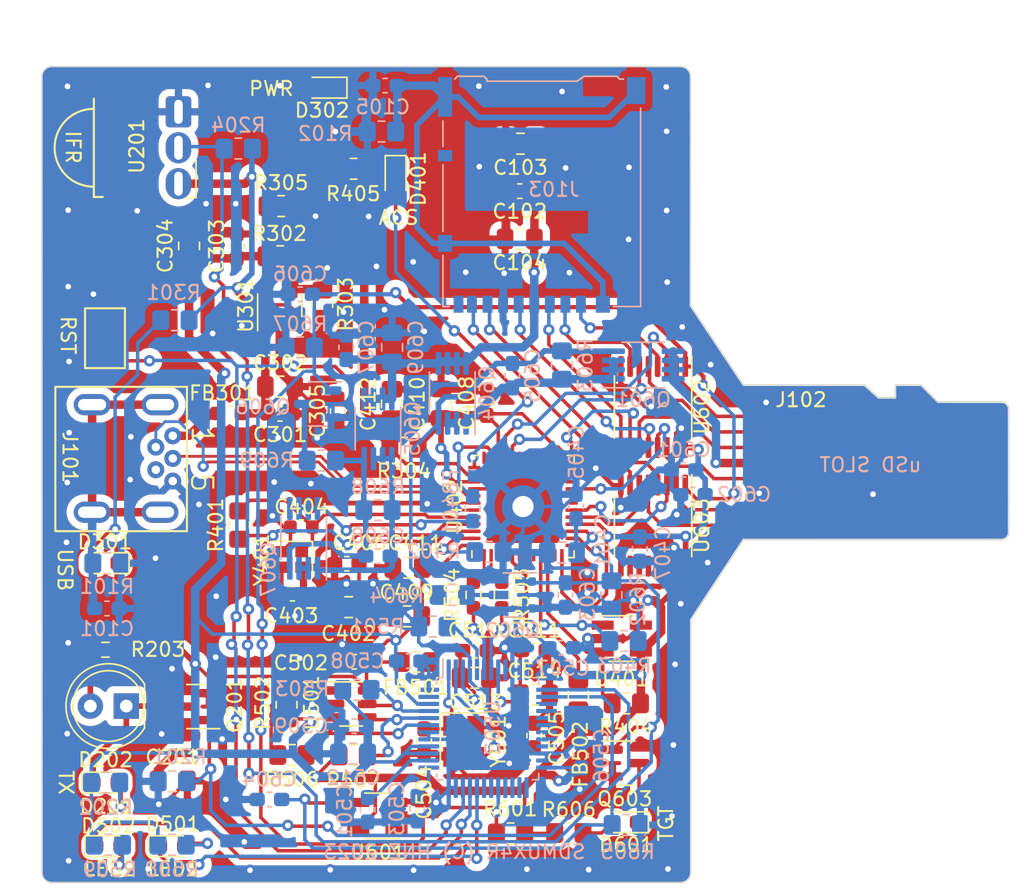
<source format=kicad_pcb>
(kicad_pcb (version 20221018) (generator pcbnew)
  (layers (0 "F.Cu" signal) (31 "B.Cu" signal) (34 "B.Paste" user) (35 "F.Paste" user) (36 "B.SilkS" user "B.Silkscreen") (37 "F.SilkS" user "F.Silkscreen") (38 "B.Mask" user) (39 "F.Mask" user) (44 "Edge.Cuts" user))
  (net 0 "")
  (net 1 "Net-(J101-Shield)")
  (net 2 "GND")
  (net 3 "/SDMUX/SDOUT4")
  (net 4 "Net-(J103-SHIELD)")
  (net 5 "+3.3V")
  (net 6 "+5V")
  (net 7 "/SDCARD_READER/~{RESET}")
  (net 8 "Net-(U402-CRFILT)")
  (net 9 "Net-(U402-PLLFILT)")
  (net 10 "Net-(U402-XTAL1{slash}CLKIN)")
  (net 11 "Net-(U402-XTAL2)")
  (net 12 "Net-(U502-VCCCORE)")
  (net 13 "Net-(U502-VCCA)")
  (net 14 "Net-(U502-XCSI)")
  (net 15 "Net-(U502-XCSO)")
  (net 16 "/SELECTOR/VPHY")
  (net 17 "/SELECTOR/VPLL")
  (net 18 "/SDCARD_READER/SD9")
  (net 19 "/SDMUX/~{SEL1}")
  (net 20 "Net-(Q601-G)")
  (net 21 "Net-(Q605-G)")
  (net 22 "Net-(D201-K)")
  (net 23 "Net-(D201-A)")
  (net 24 "Net-(D202-A)")
  (net 25 "/SELECTOR/ACBUS8")
  (net 26 "Net-(D301-A)")
  (net 27 "/SELECTOR/ACBUS9")
  (net 28 "Net-(D302-A)")
  (net 29 "/USB Power/USBVDD_5V")
  (net 30 "Net-(D401-K)")
  (net 31 "/SDCARD_READER/SD4")
  (net 32 "/SDCARD_READER/USB-")
  (net 33 "/SDCARD_READER/USB+")
  (net 34 "Net-(D401-A)")
  (net 35 "/SDMUX/SD1_1")
  (net 36 "/SDMUX/SD1_2")
  (net 37 "/SDMUX/SD1_3")
  (net 38 "/SDMUX/SD1_4")
  (net 39 "/SDMUX/SD1_5")
  (net 40 "/SDMUX/SD1_7")
  (net 41 "/SDMUX/SD1_8")
  (net 42 "/SDMUX/SDOUT1")
  (net 43 "/SDMUX/SDOUT2")
  (net 44 "/SDMUX/SDOUT3")
  (net 45 "/SDMUX/SDOUT5")
  (net 46 "/SDMUX/SDOUT7")
  (net 47 "/SDMUX/SDOUT8")
  (net 48 "Net-(C605-Pad1)")
  (net 49 "Net-(D501-A)")
  (net 50 "/Infrad Cont/INFRAD_TX")
  (net 51 "Net-(D502-A)")
  (net 52 "/Infrad Cont/INFRAD_RX")
  (net 53 "Net-(D601-K)")
  (net 54 "Net-(D601-A)")
  (net 55 "Net-(U402-CRD_PWR)")
  (net 59 "Net-(Q602-D)")
  (net 60 "/SDCARD_READER/USBDP1-")
  (net 61 "Net-(Q606-D)")
  (net 62 "/SDCARD_READER/USBDP1+")
  (net 63 "Net-(U301-ADJ)")
  (net 64 "Net-(U402-RBIAS)")
  (net 65 "Net-(U401-SCL)")
  (net 66 "/SDCARD_READER/USBDP2-")
  (net 67 "/SDCARD_READER/USBDP2+")
  (net 68 "Net-(U401-SDA)")
  (net 69 "Net-(U502-REF)")
  (net 70 "Net-(U501-DO)")
  (net 71 "Net-(U501-CS)")
  (net 72 "/SDCARD_READER/SD8")
  (net 73 "/SDCARD_READER/SD7")
  (net 74 "Net-(U502-DM)")
  (net 75 "Net-(U502-DP)")
  (net 76 "/SDCARD_READER/SD5")
  (net 77 "Net-(U501-DI)")
  (net 78 "Net-(U501-CLK)")
  (net 79 "/SDCARD_READER/SD3")
  (net 86 "/SDCARD_READER/SD2")
  (net 87 "/SDCARD_READER/SD1")
  (net 89 "/SELECTOR/ADBUS2")
  (net 90 "/SELECTOR/ADBUS3")
  (net 91 "/SELECTOR/ADBUS4")
  (net 92 "/SELECTOR/ADBUS5")
  (net 93 "/SELECTOR/ADBUS6")
  (net 94 "/SELECTOR/ADBUS7")
  (net 95 "/SELECTOR/ACBUS0")
  (net 96 "/SELECTOR/ACBUS1")
  (net 97 "/SELECTOR/ACBUS2")
  (net 98 "/SELECTOR/ACBUS3")
  (net 99 "/SELECTOR/ACBUS4")
  (net 100 "/SELECTOR/POWEREN")
  (net 101 "/SELECTOR/ACBUS7")
  (net 108 "Net-(C608-Pad1)")
  (footprint "Capacitor_SMD:C_0603_1608Metric_Pad1.08x0.95mm_HandSolder" (layer "F.Cu") (at 190.9375 92.6925 90)
    (fp_text reference "C408")
    (fp_text value "0.1uF/50v")
  )
  (footprint "tbctl:R_0805_2012Metric_Pad1.20x1.40mm_HandSolder" (layer "F.Cu") (at 176.41 78.77)
    (fp_text reference "R305")
    (fp_text value "330")
  )
  (footprint "tbctl:LED_0603_1608Metric_Pad1.05x0.95mm_HandSolder" (layer "F.Cu") (at 164 104 180)
    (fp_text reference "D301")
    (fp_text value "LED RED")
  )
  (footprint "tbctl:uSD Card Pad" (layer "F.Cu") (at 227.12 93.225 -90)
    (fp_text reference "J102")
    (fp_text value "uSD-CARD-PAD")
    (fp_line (start -1.8 5.5) (end -1.8 7.3) (stroke (width 0.12)) (layer "Edge.Cuts"))
    (fp_line (start -1.8 5.5) (end -0.6 4.3) (stroke (width 0.12)) (layer "Edge.Cuts"))
    (fp_line (start -1.8 7.3) (end -0.9 7.3) (stroke (width 0.12)) (layer "Edge.Cuts"))
    (fp_line (start -1.8 9.5) (end -1.8 18.05) (stroke (width 0.12)) (layer "Edge.Cuts"))
    (fp_line (start -1.8 18.05) (end -7.425 21.8) (stroke (width 0.12)) (layer "Edge.Cuts"))
    (fp_line (start -0.9 7.3) (end -0.9 8.5) (stroke (width 0.12)) (layer "Edge.Cuts"))
    (fp_line (start -0.9 8.5) (end -1.8 9.5) (stroke (width 0.12)) (layer "Edge.Cuts"))
    (fp_line (start -0.6 4.3) (end -0.596447 -0.196447) (stroke (width 0.12)) (layer "Edge.Cuts"))
    (fp_line (start 3.6 -0.7) (end -0.096447 -0.696447) (stroke (width 0.12)) (layer "Edge.Cuts"))
    (fp_line (start 3.6 -0.7) (end 8.596447 -0.696447) (stroke (width 0.12)) (layer "Edge.Cuts"))
    (fp_line (start 9.1 18.05) (end 9.096447 -0.196447) (stroke (width 0.12)) (layer "Edge.Cuts"))
    (fp_line (start 9.1 18.05) (end 14.775 21.775) (stroke (width 0.12)) (layer "Edge.Cuts"))
    (fp_arc (start -0.596447 -0.196447) (mid -0.45 -0.55) (end -0.096447 -0.696447) (stroke (width 0.12)) (layer "Edge.Cuts"))
    (fp_arc (start 8.596447 -0.696447) (mid 8.949987 -0.549987) (end 9.096447 -0.196447) (stroke (width 0.12)) (layer "Edge.Cuts"))
  )
  (footprint "tbctl:R_0805_2012Metric_Pad1.20x1.40mm_HandSolder" (layer "F.Cu") (at 185.09 95.85 180)
    (fp_text reference "R304")
    (fp_text value "10K")
  )
  (footprint "Capacitor_SMD:C_0603_1608Metric_Pad1.08x0.95mm_HandSolder" (layer "F.Cu") (at 190.1 110.18)
    (fp_text reference "C510")
    (fp_text value "0.1uF/50v")
  )
  (footprint "Capacitor_SMD:C_0603_1608Metric_Pad1.08x0.95mm_HandSolder" (layer "F.Cu") (at 173.28 81.6 90)
    (fp_text reference "C303")
    (fp_text value "0.1uF/50v")
  )
  (footprint "Capacitor_SMD:C_0805_2012Metric_Pad1.18x1.45mm_HandSolder" (layer "F.Cu") (at 176.33 91.52)
    (fp_text reference "C302")
    (fp_text value "10uF/16v")
  )
  (footprint "Package_TO_SOT_SMD:SOT-23" (layer "F.Cu") (at 200.76 118.13)
    (fp_text reference "Q603")
    (fp_text value "2N7002K")
  )
  (footprint "tbctl:C_0805_2012Metric_Pad1.18x1.45mm_HandSolder" (layer "F.Cu") (at 185.34 104.32 180)
    (fp_text reference "C411")
    (fp_text value "4.7uF/50v")
  )
  (footprint "Package_SO:TSSOP-16_4.4x5mm_P0.65mm" (layer "F.Cu") (at 202.692 101.346 -90)
    (fp_text reference "U603")
    (fp_text value "TMUX1574PWR")
  )
  (footprint "Capacitor_SMD:C_0603_1608Metric_Pad1.08x0.95mm_HandSolder" (layer "F.Cu") (at 176.33 93.45)
    (fp_text reference "C301")
    (fp_text value "0.1uF/50v")
  )
  (footprint "tbctl:QFN-48-1EP_7x7mm_P0.5mm_EP5.15x5.15mm" (layer "F.Cu") (at 193.5 100 90)
    (fp_text reference "U402")
    (fp_text value "USB2640-HZH-02")
  )
  (footprint "Package_TO_SOT_SMD:SOT-23-5_HandSoldering" (layer "F.Cu") (at 183.21 121.86 180)
    (fp_text reference "U601")
    (fp_text value "74AHC1G14")
  )
  (footprint "tbctl:R_0805_2012Metric_Pad1.20x1.40mm_HandSolder" (layer "F.Cu") (at 181.53 76.13 180)
    (fp_text reference "R405")
    (fp_text value "330R")
  )
  (footprint "tbctl:Crystal_SMD_2016-4Pin_2.0x1.6mm" (layer "F.Cu") (at 177.16 103.74 180)
    (fp_text reference "Y401")
    (fp_text value "24MHz")
  )
  (footprint "tbctl:C_0805_2012Metric_Pad1.18x1.45mm_HandSolder" (layer "F.Cu") (at 193.27 81.09 180)
    (fp_text reference "C104")
    (fp_text value "4.7uF/50v")
  )
  (footprint "Package_TO_SOT_SMD:SOT-23-6" (layer "F.Cu") (at 181.35 113.95)
    (fp_text reference "U501")
    (fp_text value "93LCxxBxxOT")
  )
  (footprint "tbctl:R_0805_2012Metric_Pad1.20x1.40mm_HandSolder" (layer "F.Cu") (at 179.32 85.7 -90)
    (fp_text reference "R303")
    (fp_text value "12K 1%")
  )
  (footprint "tbctl:LED_0603_1608Metric_Pad1.05x0.95mm_HandSolder" (layer "F.Cu") (at 164 119.5)
    (fp_text reference "D201")
    (fp_text value "LED RED")
  )
  (footprint "tbctl:usb mini B connector c2235 dim 2" (layer "F.Cu") (at 164.75 96.6 -90)
    (fp_text reference "J101")
    (fp_text value "USB_B_Mini")
  )
  (footprint "tbctl:SPS445 3pin" (layer "F.Cu") (at 169.1525 74.645 -90)
    (fp_text reference "U201")
    (fp_text value "SPS-445")
  )
  (footprint "Crystal:Crystal_SMD_3225-4Pin_3.2x2.5mm" (layer "F.Cu") (at 189.31 116.59 -90)
    (fp_text reference "Y501")
    (fp_text value "12MHz")
  )
  (footprint "tbctl:R_0805_2012Metric_Pad1.20x1.40mm_HandSolder" (layer "F.Cu") (at 176.34 82.31)
    (fp_text reference "R302")
    (fp_text value "20K 1%")
  )
  (footprint "tbctl:WS-TASV SMT Tact Switch" (layer "F.Cu") (at 163.98 88.1 -90)
    (fp_text reference "SW301" hide)
    (fp_text value "RESET SW")
  )
  (footprint "Capacitor_SMD:C_0805_2012Metric_Pad1.18x1.45mm_HandSolder" (layer "F.Cu") (at 169.9 81.58 90)
    (fp_text reference "C304")
    (fp_text value "10uF/16v")
  )
  (footprint "Capacitor_SMD:C_0603_1608Metric" (layer "F.Cu") (at 177.21 106.16 180)
    (fp_text reference "C403")
    (fp_text value "27pF/50v")
  )
  (footprint "Package_TO_SOT_SMD:SOT-23-5" (layer "F.Cu") (at 176.31 85.77 90)
    (fp_text reference "U301")
    (fp_text value "SPX3819M5-L")
  )
  (footprint "Inductor_SMD:L_0805_2012Metric_Pad1.15x1.40mm_HandSolder" (layer "F.Cu") (at 185.94 110.99)
    (fp_text reference "FB501")
    (fp_text value "BK2125HS601-T")
  )
  (footprint "tbctl:R_0805_2012Metric_Pad1.20x1.40mm_HandSolder" (layer "F.Cu") (at 192.62 123.1 180)
    (fp_text reference "R601")
    (fp_text value "10K")
  )
  (footprint "Capacitor_SMD:C_0805_2012Metric_Pad1.18x1.45mm_HandSolder" (layer "F.Cu") (at 168.74 119.39)
    (fp_text reference "C201")
    (fp_text value "10uF/16v")
  )
  (footprint "Inductor_SMD:L_0805_2012Metric_Pad1.15x1.40mm_HandSolder" (layer "F.Cu") (at 197.41 113.32 90)
    (fp_text reference "FB502")
    (fp_text value "BK2125HS601-T")
  )
  (footprint "tbctl:LED_0603_1608Metric_Pad1.05x0.95mm_HandSolder" (layer "F.Cu") (at 179.4 70.4 180)
    (fp_text reference "D302")
    (fp_text value "LED RED")
  )
  (footprint "tbctl:R_0805_2012Metric_Pad1.20x1.40mm_HandSolder" (layer "F.Cu") (at 200.8 113.91 180)
    (fp_text reference "R404")
    (fp_text value "10K")
  )
  (footprint "tbctl:C_0805_2012Metric_Pad1.18x1.45mm_HandSolder" (layer "F.Cu") (at 193.32 74.36 180)
    (fp_text reference "C103")
    (fp_text value "1uF/10v")
  )
  (footprint "tbctl:LED_0603_1608Metric_Pad1.05x0.95mm_HandSolder" (layer "F.Cu") (at 168.7 124)
    (fp_text reference "D501")
    (fp_text value "IND-1 LED GRN")
  )
  (footprint "Capacitor_SMD:C_0603_1608Metric_Pad1.08x0.95mm_HandSolder" (layer "F.Cu") (at 186.51 116.58 -90)
    (fp_text reference "C504")
    (fp_text value "27pF/50v")
  )
  (footprint "tbctl:R_0805_2012Metric_Pad1.20x1.40mm_HandSolder" (layer "F.Cu") (at 181.5 117.59)
    (fp_text reference "R507")
    (fp_text value "10K")
  )
  (footprint "Package_SO:TSSOP-16_4.4x5mm_P0.65mm" (layer "F.Cu") (at 202.692 92.964 -90)
    (fp_text reference "U602")
    (fp_text value "TMUX1574PWR")
  )
  (footprint "Capacitor_SMD:C_0603_1608Metric_Pad1.08x0.95mm_HandSolder" (layer "F.Cu") (at 181.05 104.04 180)
    (fp_text reference "C406")
    (fp_text value "0.1uF/50v")
  )
  (footprint "tbctl:R_0805_2012Metric_Pad1.20x1.40mm_HandSolder" (layer "F.Cu") (at 177.17 117.56 180)
    (fp_text reference "R506")
    (fp_text value "2K")
  )
  (footprint "LED_THT:LED_D5.0mm" (layer "F.Cu") (at 165.465 114.1 180)
    (fp_text reference "D202")
    (fp_text value "OSI5LA5113A")
  )
  (footprint "Capacitor_SMD:C_0805_2012Metric_Pad1.18x1.45mm_HandSolder" (layer "F.Cu") (at 194.34 113.29)
    (fp_text reference "C514")
    (fp_text value "4.7uF/50v")
  )
  (footprint "tbctl:R_0805_2012Metric_Pad1.20x1.40mm_HandSolder" (layer "F.Cu") (at 196.74 123.07)
    (fp_text reference "R606")
    (fp_text value "1K")
  )
  (footprint "Capacitor_SMD:C_0603_1608Metric_Pad1.08x0.95mm_HandSolder" (layer "F.Cu") (at 180.41 93.25 90)
    (fp_text reference "C305")
    (fp_text value "0.1uF/50v")
  )
  (footprint "tbctl:LED_0603_1608Metric_Pad1.05x0.95mm_HandSolder" (layer "F.Cu") (at 200.7 122.31 180)
    (fp_text reference "D601")
    (fp_text value "TGT SEL LED RED")
  )
  (footprint "Resistor_SMD:R_0603_1608Metric_Pad0.98x0.95mm_HandSolder" (layer "F.Cu") (at 190 106.25 -90)
    (fp_text reference "R504")
    (fp_text value "27R")
  )
  (footprint "tbctl:R_0805_2012Metric_Pad1.20x1.40mm_HandSolder" (layer "F.Cu") (at 176.79 114.01 90)
    (fp_text reference "R502")
    (fp_text value "10K")
  )
  (footprint "tbctl:LED_0603_1608Metric_Pad1.05x0.95mm_HandSolder" (layer "F.Cu") (at 184.5 76.86 -90)
    (fp_text reference "D401")
    (fp_text value "LED RED")
  )
  (footprint "tbctl:C_0805_2012Metric_Pad1.18x1.45mm_HandSolder" (layer "F.Cu") (at 187.7075 92.7325 90)
    (fp_text reference "C410")
    (fp_text value "1uF/10v")
  )
  (footprint "Capacitor_SMD:C_0603_1608Metric_Pad1.08x0.95mm_HandSolder" (layer "F.Cu") (at 194.29 116.18 90)
    (fp_text reference "C505")
    (fp_text value "27pF/50v")
  )
  (footprint "tbctl:C_0805_2012Metric_Pad1.18x1.45mm_HandSolder" (layer "F.Cu") (at 184.2375 92.7525 90)
    (fp_text reference "C412")
    (fp_text value "4.7uF/50v")
  )
  (footprint "Resistor_SMD:R_0603_1608Metric_Pad0.98x0.95mm_HandSolder" (layer "F.Cu") (at 163.99 110.12 180)
    (fp_text reference "R203")
    (fp_text value "33R")
  )
  (footprint "Package_TO_SOT_SMD:SOT-23" (layer "F.Cu") (at 170.39 114.14 180)
    (fp_text reference "Q201")
    (fp_text value "2N7002K")
  )
  (footprint "tbctl:R_0805_2012Metric_Pad1.20x1.40mm_HandSolder" (layer "F.Cu") (at 173.44 101.31 90)
    (fp_text reference "R401")
    (fp_text value "1M")
  )
  (footprint "Capacitor_SMD:C_0603_1608Metric_Pad1.08x0.95mm_HandSolder" (layer "F.Cu") (at 193.27 77.71 180)
    (fp_text reference "C102")
    (fp_text value "0.1uF/50v")
  )
  (footprint "tbctl:LED_0603_1608Metric_Pad1.05x0.95mm_HandSolder" (layer "F.Cu") (at 164.2 124)
    (fp_text reference "D502")
    (fp_text value "IND-2 LED GRN")
  )
  (footprint "Capacitor_SMD:C_0603_1608Metric" (layer "F.Cu") (at 177.84 101.45)
    (fp_text reference "C404")
    (fp_text value "27pF/50v")
  )
  (footprint "Resistor_SMD:R_0603_1608Metric_Pad0.98x0.95mm_HandSolder" (layer "F.Cu") (at 192 106.25 -90)
    (fp_text reference "R505")
    (fp_text value "27R")
  )
  (footprint "Capacitor_SMD:C_0805_2012Metric_Pad1.18x1.45mm_HandSolder" (layer "F.Cu") (at 190.09 112.1)
    (fp_text reference "C513")
    (fp_text value "4.7uF/50v")
  )
  (footprint "tbctl:L_0603_1608Metric_Pad1.05x0.95mm_HandSolder" (layer "F.Cu") (at 172.77 93.42)
    (fp_text reference "FB301")
    (fp_text value "BK2125HS601-T")
  )
  (footprint "Capacitor_SMD:C_0603_1608Metric_Pad1.08x0.95mm_HandSolder" (layer "F.Cu") (at 194.27 110.17)
    (fp_text reference "C511")
    (fp_text value "0.1uF/50v")
  )
  (footprint "tbctl:C_0805_2012Metric_Pad1.18x1.45mm_HandSolder" (layer "F.Cu") (at 181.18 107.11 180)
    (fp_text reference "C402")
    (fp_text value "1uF/10v")
  )
  (footprint "tbctl:C_0805_2012Metric_Pad1.18x1.45mm_HandSolder" (layer "F.Cu") (at 185.31 107.76 180)
    (fp_text reference "C409")
    (fp_text value "1uF/10v")
  )
  (footprint "Capacitor_SMD:C_0603_1608Metric_Pad1.08x0.95mm_HandSolder" (layer "F.Cu") (at 181.58 110.97 180)
    (fp_text reference "C502")
    (fp_text value "0.1uF/50v")
  )
  (footprint "Package_TO_SOT_SMD:SOT-23-5_HandSoldering" (layer "F.Cu") (at 200.48 109.33)
    (fp_text reference "U401")
    (fp_text value "AT24MAC402-STUM")
  )
  (footprint "Connector_Card:microSD_HC_Hirose_DM3AT-SF-PEJM5" (layer "B.Cu") (at 194.818 77.978)
    (fp_text reference "J103")
    (fp_text value "Micro_SD_Card_Det_Hirose_DM3AT-SF-PEJM5")
  )
  (footprint "Package_SO:MSOP-8_3x3mm_P0.65mm" (layer "B.Cu") (at 178 102.25 90)
    (fp_text reference "Q607")
    (fp_text value "IRF7606PBF")
  )
  (footprint "tbctl:C_0805_2012Metric_Pad1.18x1.45mm_HandSolder" (layer "B.Cu") (at 196.25 103.25 180)
    (fp_text reference "C401")
    (fp_text value "1uF/10v")
  )
  (footprint "tbctl:R_0805_2012Metric_Pad1.20x1.40mm_HandSolder" (layer "B.Cu") (at 168.9 86.83 180)
    (fp_text reference "R301")
    (fp_text value "1K")
  )
  (footprint "Package_TO_SOT_SMD:SOT-23" (layer "B.Cu") (at 179 92.75 180)
    (fp_text reference "Q606")
    (fp_text value "2N7002K")
  )
  (footprint "tbctl:R_0805_2012Metric_Pad1.20x1.40mm_HandSolder" (layer "B.Cu") (at 181.76 112.95)
    (fp_text reference "R503")
    (fp_text value "10K")
  )
  (footprint "Capacitor_SMD:C_0805_2012Metric_Pad1.18x1.45mm_HandSolder" (layer "B.Cu") (at 184.25 88.75 90)
    (fp_text reference "C609")
    (fp_text value "10uF/16v")
  )
  (footprint "tbctl:R_0805_2012Metric_Pad1.20x1.40mm_HandSolder" (layer "B.Cu") (at 200.64 109.5 180)
    (fp_text reference "R403")
    (fp_text value "10K")
  )
  (footprint "tbctl:R_0805_2012Metric_Pad1.20x1.40mm_HandSolder" (layer "B.Cu") (at 196.25 90 90)
    (fp_text reference "R603")
    (fp_text value "10K")
  )
  (footprint "Capacitor_SMD:C_0603_1608Metric_Pad1.08x0.95mm_HandSolder" (layer "B.Cu") (at 197.61 117.6 90)
    (fp_text reference "C506")
    (fp_text value "0.1uF/50v")
  )
  (footprint "Capacitor_SMD:C_0603_1608Metric_Pad1.08x0.95mm_HandSolder" (layer "B.Cu") (at 196.5 106.25 -90)
    (fp_text reference "C603")
    (fp_text value "0.1uF/50v")
  )
  (footprint "tbctl:R_0805_2012Metric_Pad1.20x1.40mm_HandSolder" (layer "B.Cu") (at 191.09 103.21)
    (fp_text reference "R402")
    (fp_text value "12K 1%")
  )
  (footprint "Capacitor_SMD:C_0603_1608Metric_Pad1.08x0.95mm_HandSolder" (layer "B.Cu") (at 185.42 110.92)
    (fp_text reference "C508")
    (fp_text value "0.1uF/50v")
  )
  (footprint "Package_TO_SOT_SMD:SOT-23" (layer "B.Cu") (at 192.75 106.25 180)
    (fp_text reference "Q602")
    (fp_text value "2N7002K")
  )
  (footprint "tbctl:R_0805_2012Metric_Pad1.20x1.40mm_HandSolder" (layer "B.Cu") (at 199.75 106.25 -90)
    (fp_text reference "R602")
    (fp_text value "10K")
  )
  (footprint "Capacitor_SMD:C_0603_1608Metric_Pad1.08x0.95mm_HandSolder" (layer "B.Cu") (at 196.2 109.98)
    (fp_text reference "C507")
    (fp_text value "0.1uF/50v")
  )
  (footprint "Capacitor_SMD:C_0603_1608Metric_Pad1.08x0.95mm_HandSolder" (layer "B.Cu") (at 197.25 100 90)
    (fp_text reference "C405")
    (fp_text value "0.1uF/50v")
  )
  (footprint "Capacitor_SMD:C_0603_1608Metric_Pad1.08x0.95mm_HandSolder" (layer "B.Cu") (at 177.75 85 180)
    (fp_text reference "C606")
    (fp_text value "0.1uF/50v")
  )
  (footprint "Capacitor_SMD:C_0603_1608Metric_Pad1.08x0.95mm_HandSolder" (layer "B.Cu") (at 192.75 90.75 90)
    (fp_text reference "C605")
    (fp_text value "2.2uF/16v")
  )
  (footprint "tbctl:R_0805_2012Metric_Pad1.20x1.40mm_HandSolder" (layer "B.Cu") (at 188.5 106.25 180)
    (fp_text reference "R604")
    (fp_text value "1K")
  )
  (footprint "Capacitor_SMD:C_0603_1608Metric_Pad1.08x0.95mm_HandSolder" (layer "B.Cu") (at 183.25 103.5 180)
    (fp_text reference "C608")
    (fp_text value "2.2uF/16v")
  )
  (footprint "tbctl:R_0805_2012Metric_Pad1.20x1.40mm_HandSolder" (layer "B.Cu") (at 200.8 122.5)
    (fp_text reference "R605")
    (fp_text value "10K")
  )
  (footprint "Capacitor_SMD:C_0603_1608Metric_Pad1.08x0.95mm_HandSolder" (layer "B.Cu") (at 181.56 115.52 180)
    (fp_text reference "C509")
    (fp_text value "0.1uF/50v")
  )
  (footprint "tbctl:R_0805_2012Metric_Pad1.20x1.40mm_HandSolder" (layer "B.Cu") (at 168.7 123.9)
    (fp_text reference "R508")
    (fp_text value "220")
  )
  (footprint "Capacitor_SMD:C_0603_1608Metric_Pad1.08x0.95mm_HandSolder" (layer "B.Cu") (at 182.52 121.43 -90)
    (fp_text reference "C501")
    (fp_text value "0.1uF/50v")
  )
  (footprint "Capacitor_SMD:C_0603_1608Metric_Pad1.08x0.95mm_HandSolder" (layer "B.Cu") (at 205.51 99.16 180)
    (fp_text reference "C602")
    (fp_text value "0.1uF/50v")
  )
  (footprint "Package_QFP:LQFP-48_7x7mm_P0.5mm" (layer "B.Cu") (at 191 115.7 -90)
    (fp_text reference "U502")
    (fp_text value "FT232HL")
  )
  (footprint "tbctl:R_0805_2012Metric_Pad1.20x1.40mm_HandSolder" (layer "B.Cu") (at 183.5 73.5 180)
    (fp_text reference "R102")
    (fp_text value "10K")
  )
  (footprint "Package_SO:MSOP-8_3x3mm_P0.65mm" (layer "B.Cu") (at 183.25 94.5 90)
    (fp_text reference "Q605")
    (fp_text value "IRF7606PBF")
  )
  (footprint "tbctl:R_0805_2012Metric_Pad1.20x1.40mm_HandSolder" (layer "B.Cu") (at 187.13 108.48 180)
    (fp_text reference "R501")
    (fp_text value "12K 1%")
  )
  (footprint "tbctl:R_0805_2012Metric_Pad1.20x1.40mm_HandSolder" (layer "B.Cu") (at 164 119.5)
    (fp_text reference "R202")
    (fp_text value "1K")
  )
  (footprint "Capacitor_SMD:C_0603_1608Metric_Pad1.08x0.95mm_HandSolder" (layer "B.Cu") (at 164.1 107.2)
    (fp_text reference "C101")
    (fp_text value "0.1uF/50v")
  )
  (footprint "Capacitor_SMD:C_0603_1608Metric_Pad1.08x0.95mm_HandSolder" (layer "B.Cu") (at 175.58 120.7 180)
    (fp_text reference "C604")
    (fp_text value "0.1uF/50v")
  )
  (footprint "Capacitor_SMD:C_0603_1608Metric_Pad1.08x0.95mm_HandSolder" (layer "B.Cu") (at 201.75 103 -90)
    (fp_text reference "C407")
    (fp_text value "0.1uF/50v")
  )
  (footprint "tbctl:R_0805_2012Metric_Pad1.20x1.40mm_HandSolder" (layer "B.Cu") (at 173.38 74.7 180)
    (fp_text reference "R204")
    (fp_text value "10K")
  )
  (footprint "tbctl:R_0805_2012Metric_Pad1.20x1.40mm_HandSolder" (layer "B.Cu") (at 168.72 119.42 180)
    (fp_text reference "R201")
    (fp_text value "10K")
  )
  (footprint "tbctl:R_0805_2012Metric_Pad1.20x1.40mm_HandSolder" (layer "B.Cu") (at 164.1 104)
    (fp_text reference "R101")
    (fp_text value "10K")
  )
  (footprint "tbctl:R_0805_2012Metric_Pad1.20x1.40mm_HandSolder" (layer "B.Cu") (at 183.25 100.25 180)
    (fp_text reference "R608")
    (fp_text value "10K")
  )
  (footprint "Package_SO:MSOP-8_3x3mm_P0.65mm" (layer "B.Cu") (at 202 90)
    (fp_text reference "Q601")
    (fp_text value "IRF7606PBF")
  )
  (footprint "Capacitor_SMD:C_0603_1608Metric_Pad1.08x0.95mm_HandSolder" (layer "B.Cu") (at 183.75 70.25 180)
    (fp_text reference "C105")
    (fp_text value "0.1uF/50v")
  )
  (footprint "tbctl:R_0805_2012Metric_Pad1.20x1.40mm_HandSolder" (layer "B.Cu") (at 177.75 88.75 180)
    (fp_text reference "R607")
    (fp_text value "10K")
  )
  (footprint "tbctl:L_0603_1608Metric_Pad1.05x0.95mm_HandSolder" (layer "B.Cu") (at 189.94 100.16 -90)
    (fp_text reference "FB401")
    (fp_text value "BLM18RK102SN1")
  )
  (footprint "tbctl:R_0805_2012Metric_Pad1.20x1.40mm_HandSolder" (layer "B.Cu") (at 164.2 123.9)
    (fp_text reference "R509")
    (fp_text value "220")
  )
  (footprint "Capacitor_SMD:C_0603_1608Metric_Pad1.08x0.95mm_HandSolder" (layer "B.Cu") (at 186.02 121.35 -90)
    (fp_text reference "C503")
    (fp_text value "0.1uF/50v")
  )
  (footprint "Capacitor_SMD:C_0805_2012Metric_Pad1.18x1.45mm_HandSolder" (layer "B.Cu") (at 181.49 117.47 180)
    (fp_text reference "C512")
    (fp_text value "4.7uF/50v")
  )
  (footprint "Capacitor_SMD:C_0603_1608Metric_Pad1.08x0.95mm_HandSolder" (layer "B.Cu") (at 181 88.75 90)
    (fp_text reference "C607")
    (fp_text value "0.1uF/50v")
  )
  (footprint "Capacitor_SMD:C_0603_1608Metric_Pad1.08x0.95mm_HandSolder" (layer "B.Cu") (at 204.851 97.409 180)
    (fp_text reference "C601")
    (fp_text value "0.1uF/50v")
  )
  (footprint "tbctl:R_0805_2012Metric_Pad1.20x1.40mm_HandSolder" (layer "B.Cu") (at 179.25 96.75)
    (fp_text reference "R609")
    (fp_text value "1K")
  )
  (footprint "Package_SO:MSOP-8_3x3mm_P0.65mm" (layer "B.Cu") (at 188.5 92 90)
    (fp_text reference "Q604")
    (fp_text value "IRF7606PBF")
  )
  (gr_arc (start 160.165 126.565025) (mid 159.699541 126.347527) (end 159.51 125.87) (stroke (width 0.1)) (layer "Edge.Cuts"))
  (gr_line (start 205.32 85.8) (end 205.33 69.61) (stroke (width 0.1)) (layer "Edge.Cuts"))
  (gr_arc (start 159.504975 69.604975) (mid 159.70856 69.11355) (end 160.2 68.91) (stroke (width 0.1)) (layer "Edge.Cuts"))
  (gr_line (start 160.2 68.91) (end 204.63 68.91) (stroke (width 0.1)) (layer "Edge.Cuts"))
  (gr_arc (start 204.63 68.91) (mid 205.124975 69.115025) (end 205.33 69.61) (stroke (width 0.1)) (layer "Edge.Cuts"))
  (gr_line (start 205.345 108) (end 205.345 125.865025) (stroke (width 0.1)) (layer "Edge.Cuts"))
  (gr_line (start 204.645025 126.565025) (end 160.165 126.565025) (stroke (width 0.1)) (layer "Edge.Cuts"))
  (gr_line (start 159.51 125.87) (end 159.504975 69.604975) (stroke (width 0.1)) (layer "Edge.Cuts"))
  (gr_arc (start 205.345025 125.865025) (mid 205.14 126.36) (end 204.645025 126.565025) (stroke (width 0.1)) (layer "Edge.Cuts"))
  (gr_text "uSD SLOT" (at 218.06 97.05) (layer "B.SilkS") (effects (font (size 1 1)) (justify mirror)))
  (gr_text "SDMUX4R (C) HNZ 2023" (at 188.65 124.4) (layer "B.SilkS") (effects (font (size 1 1)) (justify mirror)))
  (gr_text "LED2" (at 164.3 125.6) (layer "F.SilkS") (effects (font (size 1 1))))
  (gr_text "ACS" (at 184.71 79.58) (layer "F.SilkS") (effects (font (size 1 1))))
  (gr_text "PWR" (at 175.71 70.47) (layer "F.SilkS") (effects (font (size 1 1))))
  (gr_text "LED1" (at 168.8 125.6) (layer "F.SilkS") (effects (font (size 1 1))))
  (gr_text "TX" (at 161.2 119.5 -90) (layer "F.SilkS") (effects (font (size 1 1))))
  (gr_text "RST" (at 161.35 87.89 -90) (layer "F.SilkS") (effects (font (size 1 1))))
  (gr_text "IFR" (at 161.7 74.6 -90) (layer "F.SilkS") (effects (font (size 1 1))))
  (gr_text "TGT" (at 203.6 122.4 90) (layer "F.SilkS") (effects (font (size 1 1))))
  (gr_text "USB" (at 161.13 104.47 -90) (layer "F.SilkS") (effects (font (size 1 1))))
  (segment (start 163.05 92.8) (end 163.05 100.4) (width 0.6) (layer "F.Cu") (net 1))
  (segment (start 167.85 92.8) (end 163.05 92.8) (width 0.6) (layer "F.Cu") (net 1))
  (segment (start 163.05 100.4) (end 167.85 100.4) (width 0.6) (layer "F.Cu") (net 1))
  (segment (start 163.1 104) (end 163.1 107.0625) (width 0.6) (layer "B.Cu") (net 1))
  (segment (start 163.05 100.4) (end 163.05 103.95) (width 0.6) (layer "B.Cu") (net 1))
  (segment (start 163.1 107.0625) (end 163.2375 107.2) (width 0.6) (layer "B.Cu") (net 1))
  (segment (start 163.05 103.95) (end 163.1 104) (width 0.6) (layer "B.Cu") (net 1))
  (segment (start 163.28 86.375) (end 163.13 86.525) (width 0.25) (layer "F.Cu") (net 2))
  (segment (start 198.4 119.08) (end 197.51 119.97) (width 0.25) (layer "F.Cu") (net 2))
  (segment (start 169.5075 80.5425) (end 167.13 82.92) (width 0.6) (layer "F.Cu") (net 2))
  (segment (start 204.317 104.897041) (end 204.317 104.2085) (width 0.25) (layer "F.Cu") (net 2))
  (segment (start 179.32 87.56) (end 178.09 88.79) (width 0.6) (layer "F.Cu") (net 2))
  (segment (start 189.5 118.98) (end 191.7 118.98) (width 0.25) (layer "F.Cu") (net 2))
  (segment (start 180.2125 113.95) (end 178.62 113.95) (width 0.25) (layer "F.Cu") (net 2))
  (segment (start 183.79 107.76) (end 184.2725 107.76) (width 0.25) (layer "F.Cu") (net 2))
  (segment (start 195.3775 114.23) (end 194.29 115.3175) (width 0.25) (layer "F.Cu") (net 2))
  (segment (start 170.43 113.19) (end 168.7 111.46) (width 0.4) (layer "F.Cu") (net 2))
  (segment (start 163.98 89.825) (end 163.28 89.825) (width 0.25) (layer "F.Cu") (net 2))
  (segment (start 167.13 87.94) (end 170.22 91.03) (width 0.6) (layer "F.Cu") (net 2))
  (segment (start 203.534041 105.68) (end 204.317 104.897041) (width 0.25) (layer "F.Cu") (net 2))
  (segment (start 195.3775 110.415) (end 195.1325 110.17) (width 0.25) (layer "F.Cu") (net 2))
  (segment (start 169.9 80.5425) (end 173.085 80.5425) (width 0.6) (layer "F.Cu") (net 2))
  (segment (start 165.06 84.99) (end 167.13 82.92) (width 0.25) (layer "F.Cu") (net 2))
  (segment (start 180.1875 104.04) (end 180.1875 107.065) (width 0.25) (layer "F.Cu") (net 2))
  (segment (start 202.56 92.93) (end 202.092572 92.93) (width 0.25) (layer "F.Cu") (net 2))
  (segment (start 188.46 117.94) (end 189.5 118.98) (width 0.25) (layer "F.Cu") (net 2))
  (segment (start 178.15 104.29) (end 177.86 104.29) (width 0.25) (layer "F.Cu") (net 2))
  (segment (start 198.05 104.663) (end 198.05 106.102) (width 0.25) (layer "F.Cu") (net 2))
  (segment (start 187.7075 91.695) (end 184.2575 91.695) (width 0.25) (layer "F.Cu") (net 2))
  (segment (start 178.09 88.79) (end 176.35 88.79) (width 0.6) (layer "F.Cu") (net 2))
  (segment (start 202.092572 92.93) (end 200.417 91.254428) (width 0.25) (layer "F.Cu") (net 2))
  (segment (start 188.2125 117.4425) (end 188.46 117.69) (width 0.25) (layer "F.Cu") (net 2))
  (segment (start 173.085 80.5425) (end 173.28 80.7375) (width 0.6) (layer "F.Cu") (net 2))
  (segment (start 210.251 99.126) (end 210.185 99.06) (width 0.6) (layer "F.Cu") (net 2))
  (segment (start 199.13 109.33) (end 200.88 109.33) (width 0.25) (layer "F.Cu") (net 2))
  (segment (start 191.7 118.98) (end 192.53 118.15) (width 0.25) (layer "F.Cu") (net 2))
  (segment (start 204.317 94.833366) (end 204.317 95.8265) (width 0.3) (layer "F.Cu") (net 2))
  (segment (start 192.25 98.75) (end 193.5 100) (width 0.25) (layer "F.Cu") (net 2))
  (segment (start 218.234 99.126) (end 210.251 99.126) (width 0.6) (layer "F.Cu") (net 2))
  (segment (start 184.3025 104.32) (end 184.3025 107.73) (width 0.25) (layer "F.Cu") (net 2))
  (segment (start 169.9 80.5425) (end 169.5075 80.5425) (width 0.6) (layer "F.Cu") (net 2))
  (segment (start 176.31 88.74) (end 176.31 86.9075) (width 0.6) (layer "F.Cu") (net 2))
  (segment (start 196.9375 102.75) (end 196.9375 103.5505) (width 0.25) (layer "F.Cu") (net 2))
  (segment (start 192.4075 80.915) (end 192.2325 81.09) (width 0.4) (layer "F.Cu") (net 2))
  (segment (start 191.1275 110.345) (end 190.9625 110.18) (width 0.25) (layer "F.Cu") (net 2))
  (segment (start 167.76 121.04) (end 168.1275 121.04) (width 0.25) (layer "F.Cu") (net 2))
  (segment (start 192.6625 115.3175) (end 192.49 115.49) (width 0.25) (layer "F.Cu") (net 2))
  (segment (start 201.294895 106.628306) (end 202.243201 105.68) (width 0.25) (layer "F.Cu") (net 2))
  (segment (start 168.1275 121.04) (end 169.7775 119.39) (width 0.25) (layer "F.Cu") (net 2))
  (segment (start 194.29 115.3175) (end 192.6625 115.3175) (width 0.25) (layer "F.Cu") (net 2))
  (segment (start 192.2325 81.09) (end 192.2325 83.4475) (width 0.4) (layer "F.Cu") (net 2))
  (segment (start 184.562925 120.912925) (end 184.56 120.91) (width 0.25) (layer "F.Cu") (net 2))
  (segment (start 177.1825 93.44) (end 177.1825 91.705) (width 0.6) (layer "F.Cu") (net 2))
  (segment (start 180.7175 109.7425) (end 180.7175 110.97) (width 0.25) (layer "F.Cu") (net 2))
  (segment (start 177.1825 91.705) (end 177.3675 91.52) (width 0.6) (layer "F.Cu") (net 2))
  (segment (start 180.1875 107.065) (end 180.1425 107.11) (width 0.25) (layer "F.Cu") (net 2))
  (segment (start 163.14 84.99) (end 165.06 84.99) (width 0.25) (layer "F.Cu") (net 2))
  (segment (start 172.4255 120.77) (end 170.08 120.77) (width 0.25) (layer "F.Cu") (net 2))
  (segment (start 170.08 120.77) (end 169.7775 120.4675) (width 0.25) (layer "F.Cu") (net 2))
  (segment (start 192.2825 74.36) (end 192.2825 77.585) (width 0.4) (layer "F.Cu") (net 2))
  (segment (start 201.83 108.38) (end 201.83 107.163411) (width 0.25) (layer "F.Cu") (net 2))
  (segment (start 195.3775 113.29) (end 195.3775 111.6125) (width 0.25) (layer "F.Cu") (net 2))
  (segment (start 186.51 117.4425) (end 188.2125 117.4425) (width 0.25) (layer "F.Cu") (net 2))
  (segment (start 169.7775 120.4675) (end 169.7775 119.39) (width 0.25) (layer "F.Cu") (net 2))
  (segment (start 163.98 86.375) (end 163.28 86.375) (width 0.25) (layer "F.Cu") (net 2))
  (segment (start 179.32 86.7) (end 179.32 87.56) (width 0.6) (layer "F.Cu") (net 2))
  (segment (start 180.53 76.13) (end 180.24 75.84) (width 0.25) (layer "F.Cu") (net 2))
  (segment (start 163.13 86.525) (end 163.13 85) (width 0.25) (layer "F.Cu") (net 2))
  (segment (start 177.86 104.29) (end 177.985 104.415) (width 0.25) (layer "F.Cu") (net 2))
  (segment (start 198.05 106.102) (end 198.04 106.112) (width 0.25) (layer "F.Cu") (net 2))
  (segment (start 200.417 98.4835) (end 199.8335 98.4835) (width 0.3) (layer "F.Cu") (net 2))
  (segment (start 204.687884 94.462482) (end 204.317 94.833366) (width 0.3) (layer "F.Cu") (net 2))
  (segment (start 178.62 113.95) (end 178.6 113.97) (width 0.25) (layer "F.Cu") (net 2))
  (segment (start 180.41 92.3875) (end 178.235 92.3875) (width 0.25) (layer "F.Cu") (net 2))
  (segment (start 201.83 107.163411) (end 201.294895 106.628306) (width 0.25) (layer "F.Cu") (net 2))
  (segment (start 225.47 99.125) (end 225.469 99.126) (width 0.6) (layer "F.Cu") (net 2))
  (segment (start 204.317 104.2085) (end 204.317 103.053428) (width 0.25) (layer "F.Cu") (net 2))
  (segment (start 177.065 102.585) (end 177.065 101.45) (width 0.25) (layer "F.Cu") (net 2))
  (segment (start 204.317 103.053428) (end 204.171072 102.9075) (width 0.25) (layer "F.Cu") (net 2))
  (segment (start 163.13 89.675) (end 163.13 86.525) (width 0.25) (layer "F.Cu") (net 2))
  (segment (start 176.31 90.4625) (end 176.31 88.74) (width 0.6) (layer "F.Cu") (net 2))
  (segment (start 192.2825 77.585) (end 192.4075 77.71) (width 0.4) (layer "F.Cu") (net 2))
  (segment (start 180.1425 108.0425) (end 180.1425 107.11) (width 0.25) (layer "F.Cu") (net 2))
  (segment (start 180.72 108.62) (end 180.1425 108.0425) (width 0.25) (layer "F.Cu") (net 2))
  (segment (start 172.4955 120.7) (end 172.4255 120.77) (width 0.25) (layer "F.Cu") (net 2))
  (segment (start 192.4075 77.71) (end 192.4075 80.915) (width 0.4) (layer "F.Cu") (net 2))
  (segment (start 176.46 103.19) (end 177.065 102.585) (width 0.25) (layer "F.Cu") (net 2))
  (segment (start 196.9375 103.5505) (end 198.05 104.663) (width 0.25) (layer "F.Cu") (net 2))
  (segment (start 190.0625 98.75) (end 192.25 98.75) (width 0.25) (layer "F.Cu") (net 2))
  (segment (start 195.3775 111.6125) (end 195.3775 110.415) (width 0.25) (layer "F.Cu") (net 2))
  (segment (start 181.81 109.74) (end 183.79 107.76) (width 0.25) (layer "F.Cu") (net 2))
  (segment (start 191.1275 112.1) (end 191.1275 110.345) (width 0.25) (layer "F.Cu") (net 2))
  (segment (start 180.275 70.4) (end 180.24 70.435) (width 0.25) (layer "F.Cu") (net 2))
  (segment (start 180.72 109.74) (end 181.81 109.74) (width 0.25) (layer "F.Cu") (net 2))
  (segment (start 163.28 89.825) (end 163.13 89.675) (width 0.25) (layer "F.Cu") (net 2))
  (segment (start 190.16 115.49) (end 192.49 115.49) (width 0.25) (layer "F.Cu") (net 2))
  (segment (start 178.235 92.3875) (end 177.3675 91.52) (width 0.25) (layer "F.Cu") (net 2))
  (segment (start 167.13 82.92) (end 167.13 87.94) (width 0.6) (layer "F.Cu") (net 2))
  (segment (start 191.1275 112.1) (end 191.1275 114.1275) (width 0.25) (layer "F.Cu") (net 2))
  (segment (start 190.9375 91.83) (end 187.8425 91.83) (width 0.25) (layer "F.Cu") (net 2))
  (segment (start 184.3025 107.73) (end 184.2725 107.76) (width 0.25) (layer "F.Cu") (net 2))
  (segment (start 188.46 117.69) (end 188.46 117.94) (width 0.25) (layer "F.Cu") (net 2))
  (segment (start 177.065 101.45) (end 176.58 101.45) (width 0.25) (layer "F.Cu") (net 2))
  (segment (start 177.1925 93.45) (end 177.1825 93.44) (width 0.6) (layer "F.Cu") (net 2))
  (segment (start 200.417 91.254428) (end 200.417 90.1015) (width 0.25) (layer "F.Cu") (net 2))
  (segment (start 163.13 85) (end 163.14 84.99) (width 0.25) (layer "F.Cu") (net 2))
  (segment (start 171.3275 113.19) (end 170.43 113.19) (width 0.4) (layer "F.Cu") (net 2))
  (segment (start 195.3775 113.29) (end 195.3775 114.23) (width 0.25) (layer "F.Cu") (net 2))
  (segment (start 200.406 100.076) (end 200.406 98.4945) (width 0.3) (layer "F.Cu") (net 2))
  (segment (start 202.243201 105.68) (end 203.534041 105.68) (width 0.25) (layer "F.Cu") (net 2))
  (segment (start 192.2325 83.4475) (end 192.17 83.51) (width 0.4) (layer "F.Cu") (net 2))
  (segment (start 177.3675 91.52) (end 176.31 90.4625) (width 0.6) (layer "F.Cu") (net 2))
  (segment (start 177.985 104.415) (end 177.985 106.16) (width 0.25) (layer "F.Cu") (net 2))
  (segment (start 200.406 98.4945) (end 200.417 98.4835) (width 0.3) (layer "F.Cu") (net 2))
  (segment (start 180.72 109.74) (end 180.7175 109.7425) (width 0.25) (layer "F.Cu") (net 2))
  (segment (start 180.24 70.435) (end 180.24 73.5) (width 0.25) (layer "F.Cu") (net 2))
  (segment (start 180.24 75.84) (end 180.24 73.5) (width 0.25) (layer "F.Cu") (net 2))
  (segment (start 199.8335 98.4835) (end 198.64 97.29) (width 0.3) (layer "F.Cu") (net 2))
  (segment (start 191.1275 114.1275) (end 192.49 115.49) (width 0.25) (layer "F.Cu") (net 2))
  (segment (start 199.8225 119.08) (end 198.4 119.08) (width 0.25) (layer "F.Cu") (net 2))
  (segment (start 170.22 91.03) (end 170.22 93.53) (width 0.6) (layer "F.Cu") (net 2))
  (segment (start 187.356825 120.912925) (end 184.562925 120.912925) (width 0.25) (layer "F.Cu") (net 2))
  (segment (start 225.469 99.126) (end 218.234 99.126) (width 0.6) (layer "F.Cu") (net 2))
  (segment (start 200.88 109.33) (end 201.83 108.38) (width 0.25) (layer "F.Cu") (net 2))
  (segment (start 176.58 101.45) (end 175.79 100.66) (width 0.25) (layer "F.Cu") (net 2))
  (segment (start 180.72 109.74) (end 180.72 108.62) (width 0.25) (layer "F.Cu") (net 2))
  (via (at 166.24 79.1) (size 0.8) (drill 0.4) (layers "F.Cu" "B.Cu") (net 2))
  (via (at 203.65 73.48) (size 0.8) (drill 0.4) (layers "F.Cu" "B.Cu") (net 2))
  (via (at 161.24 102.53) (size 0.8) (drill 0.4) (layers "F.Cu" "B.Cu") (net 2))
  (via (at 171.1 78.6) (size 0.8) (drill 0.4) (layers "F.Cu" "B.Cu") (net 2))
  (via (at 203.65 79.08) (size 0.8) (drill 0.4) (layers "F.Cu" "B.Cu") (net 2))
  (via (at 202.56 92.93) (size 0.8) (drill 0.4) (layers "F.Cu" "B.Cu") (net 2))
  (via (at 167.96 116.07) (size 0.8) (drill 0.4) (layers "F.Cu" "B.Cu") (net 2))
  (via (at 218.234 99.126) (size 0.8) (drill 0.4) (layers "F.Cu" "B.Cu") (net 2))
  (via (at 201.294895 106.628306) (size 0.8) (drill 0.4) (layers "F.Cu" "B.Cu") (net 2))
  (via (at 198.07 109.32) (size 0.8) (drill 0.4) (layers "F.Cu" "B.Cu") (net 2))
  (via (at 161.36 79.05) (size 0.8) (drill 0.4) (layers "F.Cu" "B.Cu") (net 2))
  (via (at 178.6 113.97) (size 0.8) (drill 0.4) (layers "F.Cu" "B.Cu") (net 2))
  (via (at 179.67 83.13) (size 0.8) (drill 0.4) (layers "F.Cu" "B.Cu") (net 2))
  (via (at 196.26 70.67) (size 0.8) (drill 0.4) (layers "F.Cu" "B.Cu") (net 2))
  (via (at 173.63 87.22) (size 0.8) (drill 0.4) (layers "F.Cu" "B.Cu") (net 2))
  (via (at 185.74 82.71) (size 0.8) (drill 0.4) (layers "F.Cu" "B.Cu") (net 2))
  (via (at 204.03 121.87) (size 0.8) (drill 0.4) (layers "F.Cu" "B.Cu") (net 2))
  (via (at 161.36 84.46) (size 0.8) (drill 0.4) (layers "F.Cu" "B.Cu") (net 2))
  (via (at 180.24 73.5) (size 0.8) (drill 0.4) (layers "F.Cu" "B.Cu") (net 2))
  (via (at 195.3775 111.6125) (size 0.8) (drill 0.4) (layers "F.Cu" "B.Cu") (net 2))
  (via (at 189.45 83.44) (size 0.8) (drill 0.4) (layers "F.Cu" "B.Cu") (net 2))
  (via (at 186.73 99.81) (size 0.8) (drill 0.4) (layers "F.Cu" "B.Cu") (net 2))
  (via (at 196.51 76.07) (size 0.8) (drill 0.4) (layers "F.Cu" "B.Cu") (net 2))
  (via (at 200.406 100.076) (size 0.8) (drill 0.4) (layers "F.Cu" "B.Cu") (net 2))
  (via (at 176.19 95.14) (size 0.8) (drill 0.4) (layers "F.Cu" "B.Cu") (net 2))
  (via (at 161.29 98.3) (size 0.8) (drill 0.4) (layers "F.Cu" "B.Cu") (net 2))
  (via (at 192.49 115.49) (size 0.8) (drill 0.4) (layers "F.Cu" "B.Cu") (net 2))
  (via (at 161.43 94.78) (size 0.8) (drill 0.4) (layers "F.Cu" "B.Cu") (net 2))
  (via (at 165.79 95.07) (size 0.8) (drill 0.4) (layers "F.Cu" "B.Cu") (net 2))
  (via (at 171.57 87.77) (size 0.8) (drill 0.4) (layers "F.Cu" "B.Cu") (net 2))
  (via (at 193.78 125.63) (size 0.8) (drill 0.4) (layers "F.Cu" "B.Cu") (net 2))
  (via (at 182.9 105.46) (size 0.8) (drill 0.4) (layers "F.Cu" "B.Cu") (net 2))
  (via (at 165.74 98.1) (size 0.8) (drill 0.4) (layers "F.Cu" "B.Cu") (net 2))
  (via (at 176.31 70.26) (size 0.8) (drill 0.4) (layers "F.Cu" "B.Cu") (net 2))
  (via (at 181.02 105.47) (size 0.8) (drill 0.4) (layers "F.Cu" "B.Cu") (net 2))
  (via (at 175.92 98.27) (size 0.8) (drill 0.4) (layers "F.Cu" "B.Cu") (net 2))
  (via (at 192.2 109.96) (size 0.8) (drill 0.4) (layers "F.Cu" "B.Cu") (net 2))
  (via (at 210.185 99.06) (size 0.8) (drill 0.4) (layers "F.Cu" "B.Cu") (net 2))
  (via (at 167.53 103.65) (size 0.8) (drill 0.4) (layers "F.Cu" "B.Cu") (net 2))
  (via (at 171.24 70.24) (size 0.8) (drill 0.4) (layers "F.Cu" "B.Cu") (net 2))
  (via (at 206.55 103.96) (size 0.8) (drill 0.4) (layers "F.Cu" "B.Cu") (net 2))
  (via (at 161.42 89.75) (size 0.8) (drill 0.4) (layers "F.Cu" "B.Cu") (net 2))
  (via (at 172.24 116.43) (size 0.8) (drill 0.4) (layers "F.Cu" "B.Cu") (net 2))
  (via (at 171.78 110.64) (size 0.8) (drill 0.4) (layers "F.Cu" "B.Cu") (net 2))
  (via (at 163.14 84.99) (size 0.8) (drill 0.4) (layers "F.Cu" "B.Cu") (net 2))
  (via (at 186.66 97.79) (size 0.8) (drill 0.4) (layers "F.Cu" "B.Cu") (net 2))
  (via (at 197.51 119.97) (size 0.8) (drill 0.4) (layers "F.Cu" "B.Cu") (net 2))
  (via (at 190.41 75.98) (size 0.8) (drill 0.4) (layers "F.Cu" "B.Cu") (net 2))
  (via (at 167.76 121.04) (size 0.8) (drill 0.4) (layers "F.Cu" "B.Cu") (net 2))
  (via (at 175.79 100.66) (size 0.8) (drill 0.4) (layers "F.Cu" "B.Cu") (net 2))
  (via (at 203.74 125.61) (size 0.8) (drill 0.4) (layers "F.Cu" "B.Cu") (net 2))
  (via (at 204.75 87.31) (size 0.8) (drill 0.4) (layers "F.Cu" "B.Cu") (net 2))
  (via (at 204.687884 94.462482) (size 0.8) (drill 0.4) (layers "F.Cu" "B.Cu") (net 2))
  (via (at 200.99 76.03) (size 0.8) (drill 0.4) (layers "F.Cu" "B.Cu") (net 2))
  (via (at 178.84 79.48) (size 0.8) (drill 0.4) (layers "F.Cu" "B.Cu") (net 2))
  (via (at 198.64 97.29) (size 0.8) (drill 0.4) (layers "F.Cu" "B.Cu") (net 2))
  (via (at 185.77 125.7) (size 0.8) (drill 0.4) (layers "F.Cu" "B.Cu") (net 2))
  (via (at 171.82 106.34) (size 0.8) (drill 0.4) (layers "F.Cu" "B.Cu") (net 2))
  (via (at 177.38 107.73) (size 0.8) (drill 0.4) (layers "F.Cu" "B.Cu") (net 2))
  (via (at 178.95 95.14) (size 0.8) (drill 0.4) (layers "F.Cu" "B.Cu") (net 2))
  (via (at 173.8 123.7) (size 0.8) (drill 0.4) (layers "F.Cu" "B.Cu") (net 2))
  (via (at 161.36 109.63) (size 0.8) (drill 0.4) (layers "F.Cu" "B.Cu") (net 2))
  (via (at 204.171072 102.9075) (size 0.8) (drill 0.4) (layers "F.Cu" "B.Cu") (net 2))
  (via (at 198.05 104.663) (size 0.8) (drill 0.4) (layers "F.Cu" "B.Cu") (net 2))
  (via (at 190.38 70.29) (size 0.8) (drill 0.4) (layers "F.Cu" "B.Cu") (net 2))
  (via (at 200.96 81.12) (size 0.8) (drill 0.4) (layers "F.Cu" "B.Cu") (net 2))
  (via (at 183.71 86.09) (size 0.8) (drill 0.4) (layers "F.Cu" "B.Cu") (net 2))
  (via (at 192.53 118.15) (size 0.8) (drill 0.4) (layers "F.Cu" "B.Cu") (net 2))
  (via (at 170.6 99.85) (size 0.8) (drill 0.4) (layers "F.Cu" "B.Cu") (net 2))
  (via (at 198.04 106.112) (size 0.8) (drill 0.4) (layers "F.Cu" "B.Cu") (net 2))
  (via (at 177.72 110.72) (size 0.8) (drill 0.4) (layers "F.Cu" "B.Cu") (net 2))
  (via (at 204.65 106.87) (size 0.8) (drill 0.4) (layers "F.Cu" "B.Cu") (net 2))
  (via (at 161.29 116.05) (size 0.8) (drill 0.4) (layers "F.Cu" "B.Cu") (net 2))
  (via (at 204.37 100.57) (size 0.8) (drill 0.4) (layers "F.Cu" "B.Cu") (net 2))
  (via (at 186.52 87.62) (size 0.8) (drill 0.4) (layers "F.Cu" "B.Cu") (net 2))
  (via (at 187.356825 120.912925) (size 0.8) (drill 0.4) (layers "F.Cu" "B.Cu") (net 2))
  (via (at 183.144891 83.03) (size 0.8) (drill 0.4) (layers "F.Cu" "B.Cu") (net 2))
  (via (at 180.81 86.26) (size 0.8) (drill 0.4) (layers "F.Cu" "B.Cu") (net 2))
  (via (at 179.88 125.67) (size 0.8) (drill 0.4) (layers "F.Cu" "B.Cu") (net 2))
  (via (at 192.17 83.51) (size 0.8) (drill 0.4) (layers "F.Cu" "B.Cu") (net 2))
  (via (at 161.31 70.31) (size 0.8) (drill 0.4) (layers "F.Cu" "B.Cu") (net 2))
  (via (at 203.62 70.35) (size 0.8) (drill 0.4) (layers "F.Cu" "B.Cu") (net 2))
  (via (at 182.59 79.5) (size 0.8) (drill 0.4) (layers "F.Cu" "B.Cu") (net 2))
  (via (at 210.68 92.64) (size 0.8) (drill 0.4) (layers "F.Cu" "B.Cu") (net 2))
  (via (at 198.14 125.66) (size 0.8) (drill 0.4) (layers "F.Cu" "B.Cu") (net 2))
  (via (at 196.78 83.47) (size 0.8) (drill 0.4) (layers "F.Cu" "B.Cu") (net 2))
  (via (at 172.4955 120.7) (size 0.8) (drill 0.4) (layers "F.Cu" "B.Cu") (net 2))
  (via (at 204.25 111.15) (size 0.8) (drill 0.4) (layers "F.Cu" "B.Cu") (net 2))
  (via (at 161.39 125.03) (size 0.8) (drill 0.4) (layers "F.Cu" "B.Cu") (net 2))
  (via (at 178.51 98.38) (size 0.8) (drill 0.4) (layers "F.Cu" "B.Cu") (net 2))
  (via (at 206.76 89.97) (size 0.8) (drill 0.4) (layers "F.Cu" "B.Cu") (net 2))
  (via (at 180.72 109.74) (size 0.8) (drill 0.4) (layers "F.Cu" "B.Cu") (net 2))
  (via (at 168.7 111.46) (size 0.8) (drill 0.4) (layers "F.Cu" "B.Cu") (net 2))
  (via (at 203.69 84.14) (size 0.8) (drill 0.4) (layers "F.Cu" "B.Cu") (net 2))
  (via (at 174.21 125.7) (size 0.8) (drill 0.4) (layers "F.Cu" "B.Cu") (net 2))
  (via (at 173.2 78.6) (size 0.8) (drill 0.4) (layers "F.Cu" "B.Cu") (net 2))
  (via (at 167 125.6) (size 0.8) (drill 0.4) (layers "F.Cu" "B.Cu") (net 2))
  (via (at 204.13 116.85) (size 0.8) (drill 0.4) (layers "F.Cu" "B.Cu") (net 2))
  (segment (start 184.81 107.16) (end 186.13 108.48) (width 0.25) (layer "B.Cu") (net 2))
  (segment (start 188.9 109.83) (end 186.38 109.83) (width 0.25) (layer "B.Cu") (net 2))
  (segment (start 204.687884 94.462482) (end 204.687884 96.709616) (width 0.3) (layer "B.Cu") (net 2))
  (segment (start 176.75 88.75) (end 176.75 85.1375) (width 0.25) (layer "B.Cu") (net 2))
  (segment (start 182.5 73.5) (end 180.24 73.5) (width 0.6) (layer "B.Cu") (net 2))
  (segment (start 197.61 116.7375) (end 197.1425 116.7375) (width 0.25) (layer "B.Cu") (net 2))
  (segment (start 204.171072 103.618928) (end 203.93 103.86) (width 0.25) (layer "B.Cu") (net 2))
  (segment (start 192.2 109.59) (end 192.2 109.96) (width 0.3) (layer "B.Cu") (net 2))
  (segment (start 193.23 117.45) (end 195.1625 117.45) (width 0.25) (layer "B.Cu") (net 2))
  (segment (start 195.2125 103.25) (end 195.2125 101.7125) (width 0.25) (layer "B.Cu") (net 2))
  (segment (start 166.6 107.2) (end 164.9625 107.2) (width 0.4) (layer "B.Cu") (net 2))
  (segment (start 172.4955 120.7) (end 174.7175 120.7) (width 0.25) (layer "B.Cu") (net 2))
  (segment (start 165.1 104) (end 165.45 103.65) (width 0.25) (layer "B.Cu") (net 2))
  (segment (start 186.8375 116.45) (end 186.8375 115.95) (width 0.25) (layer "B.Cu") (net 2))
  (segment (start 210.185 99.06) (end 209.295 99.95) (width 0.6) (layer "B.Cu") (net 2))
  (segment (start 198.73 119.13) (end 197.89 119.97) (width 0.25) (layer "B.Cu") (net 2))
  (segment (start 197.1425 116.7375) (end 196.43 117.45) (width 0.25) (layer "B.Cu") (net 2))
  (segment (start 182.8175 70.32) (end 182.8875 70.25) (width 0.25) (layer "B.Cu") (net 2))
  (segment (start 198.73 117.05) (end 198.73 119.13) (width 0.25) (layer "B.Cu") (net 2))
  (segment (start 192.53 118.15) (end 193.23 117.45) (width 0.25) (layer "B.Cu") (net 2))
  (segment (start 203.073 97.409) (end 203.9885 97.409) (width 0.3) (layer "B.Cu") (net 2))
  (segment (start 182.8875 71.2125) (end 182.4 71.7) (width 0.6) (layer "B.Cu") (net 2))
  (segment (start 204.78 103.86) (end 203.48 103.86) (width 0.6) (layer "B.Cu") (net 2))
  (segment (start 200.406 100.076) (end 203.073 97.409) (width 0.3) (layer "B.Cu") (net 2))
  (segment (start 190.595049 112.895049) (end 191.01 113.31) (width 0.25) (layer "B.Cu") (net 2))
  (segment (start 168.7 111.46) (end 168.7 109.3) (width 0.4) (layer "B.Cu") (net 2))
  (segment (start 193.5 101.8) (end 193.5 100) (width 0.25) (layer "B.Cu") (net 2))
  (segment (start 179.1 74.7) (end 179.1 74.64) (width 0.25) (layer "B.Cu") (net 2))
  (segment (start 182.4 73.4) (end 182.5 73.5) (width 0.6) (layer "B.Cu") (net 2))
  (segment (start 203.9885 98.7885) (end 203.9885 97.409) (width 0.3) (layer "B.Cu") (net 2))
  (segment (start 184.25 87.7125) (end 181.175 87.7125) (width 0.6) (layer "B.Cu") (net 2))
  (segment (start 186.8375 112.95) (end 186.8375 113.45) (width 0.25) (layer "B.Cu") (net 2))
  (segment (start 188.25 119.9825) (end 186.02 122.2125) (width 0.25) (layer "B.Cu") (net 2))
  (segment (start 167.72 119.42) (end 167.72 121) (width 0.25) (layer "B.Cu") (net 2))
  (segment (start 188.25 119.8625) (end 188.25 119.9825) (width 0.25) (layer "B.Cu") (net 2))
  (segment (start 200.371694 106.628306) (end 199.75 107.25) (width 0.25) (layer "B.Cu") (net 2))
  (segment (start 192.75 115.23) (end 192.49 115.49) (width 0.25) (layer "B.Cu") (net 2))
  (segment (start 201.294895 106.628306) (end 200.371694 106.628306) (width 0.25) (layer "B.Cu") (net 2))
  (segment (start 199.75 107.25) (end 196.6375 107.25) (width 0.3) (layer "B.Cu") (net 2))
  (segment (start 163.13 85) (end 163.14 84.99) (width 0.25) (layer "B.Cu") (net 2))
  (segment (start 192.09 103.21) (end 193.5 101.8) (width 0.25) (layer "B.Cu") (net 2))
  (segment (start 196.43 117.45) (end 195.1625 117.45) (width 0.25) (layer "B.Cu") (net 2))
  (segment (start 198.64 97.7475) (end 197.25 99.1375) (width 0.3) (layer "B.Cu") (net 2))
  (segment (start 192.17 85.626) (end 192.093 85.703) (width 0.4) (layer "B.Cu") (net 2))
  (segment (start 209.295 99.95) (end 208.69 99.95) (width 0.6) (layer "B.Cu") (net 2))
  (segment (start 197.737 104.35) (end 195.58 104.35) (width 0.25) (layer "B.Cu") (net 2))
  (segment (start 192.99 108.15) (end 192.99 108.8) (width 0.3) (layer "B.Cu") (net 2))
  (segment (start 191.01 113.31) (end 191.01 114.34) (width 0.25) (layer "B.Cu") (net 2))
  (segment (start 198.05 104.663) (end 197.737 104.35) (width 0.25) (layer "B.Cu") (net 2))
  (segment (start 203.93 103.86) (end 203.48 103.86) (width 0.25) (layer "B.Cu") (net 2))
  (segment (start 180.72 109.74) (end 180.72 109.91) (width 0.25) (layer "B.Cu") (net 2))
  (segment (start 195.2125 101.7125) (end 193.5 100) (width 0.25) (layer "B.Cu") (net 2))
  (segment (start 177.38 107.73) (end 177.95 107.16) (width 0.25) (layer "B.Cu") (net 2))
  (segment (start 165.1 107.0625) (end 164.9625 107.2) (width 0.25) (layer "B.Cu") (net 2))
  (segment (start 188.14 116.45) (end 188.25 116.56) (width 0.25) (layer "B.Cu") (net 2))
  (segment (start 203.48 103.86) (end 201.7525 103.86) (width 0.6) (layer "B.Cu") (net 2))
  (segment (start 188.25 116.56) (end 188.25 119.8625) (width 0.25) (layer "B.Cu") (net 2))
  (segment (start 193.6875 107.4525) (end 192.99 108.15) (width 0.3) (layer "B.Cu") (net 2))
  (segment (start 186.8375 116.45) (end 188.14 116.45) (width 0.25) (layer "B.Cu") (net 2))
  (segment (start 177.95 107.16) (end 184.81 107.16) (width 0.25) (layer "B.Cu") (net 2))
  (segment (start 192.17 83.51) (end 192.17 85.626) (width 0.4) (layer "B.Cu") (net 2))
  (segment (start 168.7 109.3) (end 166.6 107.2) (width 0.4) (layer "B.Cu") (net 2))
  (segment (start 180.6975 115.52) (end 179.1475 113.97) (width 0.25) (layer "B.Cu") (net 2))
  (segment (start 204.36 99.16) (end 203.9885 98.7885) (width 0.3) (layer "B.Cu") (net 2))
  (segment (start 189.75 110.68) (end 188.9 109.83) (width 0.25) (layer "B.Cu") (net 2))
  (segment (start 176.75 84.8625) (end 176.8875 85) (width 0.6) (layer "B.Cu") (net 2))
  (segment (start 197.89 119.97) (end 197.51 119.97) (width 0.25) (layer "B.Cu") (net 2))
  (segment (start 192.75 111.5375) (end 192.75 115.23) (width 0.25) (layer "B.Cu") (net 2))
  (segment (start 193.775 107.1125) (end 193.6875 107.2) (width 0.3) (layer "B.Cu") (net 2))
  (segment (start 179.1 74.64) (end 180.24 73.5) (width 0.25) (layer "B.Cu") (net 2))
  (segment (start 176.75 76.99) (end 176.75 84.8625) (width 0.6) (layer "B.Cu") (net 2))
  (segment (start 189.75 111.5375) (end 189.75 112.34) (width 0.25) (layer "B.Cu") (net 2))
  (segment (start 176.75 85.1375) (end 176.8875 85) (width 0.25) (layer "B.Cu") (net 2))
  (segment (start 192.16 115.49) (end 192.49 115.49) (width 0.25) (layer "B.Cu") (net 2))
  (segment (start 198.64 97.29) (end 198.64 97.7475) (width 0.3) (layer "B.Cu") (net 2))
  (segment (start 197.25 99.1375) (end 196.3875 100) (width 0.25) (layer "B.Cu") (net 2))
  (segment (start 165.1 104) (end 165.1 107.0625) (width 0.25) (layer "B.Cu") (net 2))
  (segment (start 181.175 87.7125) (end 181 87.8875) (width 0.6) (layer "B.Cu") (net 2))
  (segment (start 189.75 111.5375) (end 189.75 110.68) (width 0.25) (layer "B.Cu") (net 2))
  (segment (start 198.04 106.112) (end 198.612 106.112) (width 0.25) (layer "B.Cu") (net 2))
  (segment (start 188.25 119.8625) (end 188.75 119.8625) (width 0.25) (layer "B.Cu") (net 2))
  (segment (start 180.4525 117.47) (end 180.4525 115.765) (width 0.6) (layer "B.Cu") (net 2))
  (segment (start 195.58 104.35) (end 195.2125 103.9825) (width 0.25) (layer "B.Cu") (net 2))
  (segment (start 197.41 109.98) (end 198.07 109.32) (width 0.25) (layer "B.Cu") (net 2))
  (segment (start 186 122.1925) (end 186.02 122.2125) (width 0.25) (layer "B.Cu") (net 2))
  (segment (start 164.92 104.4175) (end 164.8775 104.46) (width 0.25) (layer "B.Cu") (net 2))
  (segment (start 192.49 115.59) (end 194.35 117.45) (width 0.25) (layer "B.Cu") (net 2))
  (segment (start 186.8375 111.475) (end 186.2825 110.92) (width 0.25) (layer "B.Cu") (net 2))
  (segment (start 204.687884 96.709616) (end 203.9885 97.409) (width 0.3) (layer "B.Cu") (net 2))
  (segment (start 182.4 71.7) (end 182.4 73.4) (width 0.6) (layer "B.Cu") (net 2))
  (segment (start 186.38 109.83) (end 186.13 109.58) (width 0.25) (layer "B.Cu") (net 2))
  (segment (start 197.0625 109.98) (end 197.41 109.98) (width 0.25) (layer "B.Cu") (net 2))
  (segment (start 182.8875 70.25) (end 182.8875 71.2125) (width 0.6) (layer "B.Cu") (net 2))
  (segment (start 191.01 114.34) (end 192.16 115.49) (width 0.25) (layer "B.Cu") (net 2))
  (segment (start 182.51 122.1925) (end 186 122.1925) (width 0.25) (layer "B.Cu") (net 2))
  (segment (start 186.13 109.58) (end 186.13 108.48) (width 0.25) (layer "B.Cu") (net 2))
  (segment (start 197.61 116.7375) (end 198.4175 116.7375) (width 0.25) (layer "B.Cu") (net 2))
  (segment (start 195.2125 103.9825) (end 195.2125 103.25) (width 0.25) (layer "B.Cu") (net 2))
  (segment (start 198.612 106.112) (end 199.75 107.25) (width 0.25) (layer "B.Cu") (net 2))
  (segment (start 190.305049 112.895049) (end 190.595049 112.895049) (width 0.25) (layer "B.Cu") (net 2))
  (segment (start 192.99 108.8) (end 192.2 109.59) (width 0.3) (layer "B.Cu") (net 2))
  (segment (start 196.5 107.1125) (end 193.775 107.1125) (width 0.3) (layer "B.Cu") (net 2))
  (segment (start 201.7525 103.86) (end 201.75 103.8625) (width 0.6) (layer "B.Cu") (net 2))
  (segment (start 194.35 117.45) (end 195.1625 117.45) (width 0.25) (layer "B.Cu") (net 2))
  (segment (start 179.1475 113.97) (end 178.6 113.97) (width 0.25) (layer "B.Cu") (net 2))
  (segment (start 180.72 109.91) (end 178.6 112.03) (width 0.25) (layer "B.Cu") (net 2))
  (segment (start 180.24 73.5) (end 176.75 76.99) (width 0.6) (layer "B.Cu") (net 2))
  (segment (start 186.8375 112.95) (end 186.8375 111.475) (width 0.25) (layer "B.Cu") (net 2))
  (segment (start 180.4525 115.765) (end 180.6975 115.52) (width 0.6) (layer "B.Cu") (net 2))
  (segment (start 189.75 112.34) (end 190.305049 112.895049) (width 0.25) (layer "B.Cu") (net 2))
  (segment (start 167.72 121) (end 167.76 121.04) (width 0.25) (layer "B.Cu") (net 2))
  (segment (start 198.4175 116.7375) (end 198.73 117.05) (width 0.25) (layer "B.Cu") (net 2))
  (segment (start 196.6375 107.25) (end 196.5 107.1125) (width 0.3) (layer "B.Cu") (net 2))
  (segment (start 178.6 112.03) (end 178.6 113.97) (width 0.25) (layer "B.Cu") (net 2))
  (segment (start 163.28 89.825) (end 163.13 89.675) (width 0.25) (layer "B.Cu") (net 2))
  (segment (start 204.171072 102.9075) (end 204.171072 103.618928) (width 0.25) (layer "B.Cu") (net 2))
  (segment (start 192.49 115.49) (end 192.49 115.59) (width 0.25) (layer "B.Cu") (net 2))
  (segment (start 193.6875 107.2) (end 193.6875 107.4525) (width 0.3) (layer "B.Cu") (net 2))
  (segment (start 204.6475 99.16) (end 204.36 99.16) (width 0.3) (layer "B.Cu") (net 2))
  (segment (start 192.75 111.5375) (end 192.25 111.5375) (width 0.25) (layer "B.Cu") (net 2))
  (segment (start 163.28 86.375) (end 163.13 86.525) (width 0.25) (layer "B.Cu") (net 2))
  (segment (start 195.1625 117.45) (end 195.1625 117.95) (width 0.25) (layer "B.Cu") (net 2))
  (segment (start 196.3875 100) (end 193.5 100) (width 0.25) (layer "B.Cu") (net 2))
  (segment (start 208.69 99.95) (end 204.78 103.86) (width 0.6) (layer "B.Cu") (net 2))
  (segment (start 193.25 111.5375) (end 192.75 111.5375) (width 0.25) (layer "B.Cu") (net 2))
  (segment (start 194.29 83.45) (end 194.29 81.1075) (width 0.6) (layer "F.Cu") (net 3))
  (segment (start 194.29 81.1075) (end 194.3075 81.09) (width 0.6) (layer "F.Cu") (net 3))
  (segment (start 194.3075 77.885) (end 194.1325 77.71) (width 0.6) (layer "F.Cu") (net 3))
  (segment (start 194.1325 77.71) (end 194.1325 74.585) (width 0.6) (layer "F.Cu") (net 3))
  (segment (start 194.1325 74.585) (end 194.3575 74.36) (width 0.6) (layer "F.Cu") (net 3))
  (segment (start 194.3075 81.09) (end 194.3075 77.885) (width 0.6) (layer "F.Cu") (net 3))
  (via (at 194.29 83.45) (size 0.8) (drill 0.4) (layers "F.Cu" "B.Cu") (net 3))
  (segment (start 184.35 89.8875) (end 184.25 89.7875) (width 0.6) (layer "B.Cu") (net 3))
  (segment (start 189.54 89.75) (end 187.75 89.75) (width 0.6) (layer "B.Cu") (net 3))
  (segment (start 194.293 87.957) (end 193.5 88.75) (width 0.6) (layer "B.Cu") (net 3))
  (segment (start 184.075 89.6125) (end 184.25 89.7875) (width 0.6) (layer "B.Cu") (net 3))
  (segment (start 194.293 83.453) (end 194.29 83.45) (width 0.6) (layer "B.Cu") (net 3))
  (segment (start 194.293 85.703) (end 194.293 83.453) (width 0.6) (layer "B.Cu") (net 3))
  (segment (start 193.5 88.75) (end 190.54 88.75) (width 0.6) (layer "B.Cu") (net 3))
  (segment (start 184.25 89.7875) (end 184.25 92.3625) (width 0.6) (layer "B.Cu") (net 3))
  (segment (start 184.225 92.3875) (end 182.275 92.3875) (width 0.6) (layer "B.Cu") (net 3))
  (segment (start 194.293 85.703) (end 194.293 87.957) (width 0.6) (layer "B.Cu") (net 3))
  (segment (start 187.525 89.8875) (end 184.35 89.8875) (width 0.6) (layer "B.Cu") (net 3))
  (segment (start 190.54 88.75) (end 189.54 89.75) (width 0.6) (layer "B.Cu") (net 3))
  (segment (start 181 89.6125) (end 184.075 89.6125) (width 0.6) (layer "B.Cu") (net 3))
  (segment (start 196.403 81.403) (end 187.993 81.403) (width 0.4) (layer "B.Cu") (net 4))
  (segment (start 186 80.25) (end 186 73.046) (width 0.4) (layer "B.Cu") (net 4))
  (segment (start 187.993 81.403) (end 187.153 81.403) (width 0.4) (layer "B.Cu") (net 4))
  (segment (start 184.6125 70.25) (end 184.6125 73.3875) (width 0.6) (layer "B.Cu") (net 4))
  (segment (start 184.6125 70.25) (end 187.19 70.25) (width 0.6) (layer "B.Cu") (net 4))
  (segment (start 187.19 70.25) (end 187.993 71.053) (width 0.6) (layer "B.Cu") (net 4))
  (segment (start 187.153 81.403) (end 186 80.25) (width 0.4) (layer "B.Cu") (net 4))
  (segment (start 199.143 85.703) (end 199.143 84.143) (width 0.4) (layer "B.Cu") (net 4))
  (segment (start 188.925844 71.053) (end 187.993 71.053) (width 0.4) (layer "B.Cu") (net 4))
  (segment (start 199.596 72.5) (end 190.372844 72.5) (width 0.4) (layer "B.Cu") (net 4))
  (segment (start 201.493 70.603) (end 199.596 72.5) (width 0.4) (layer "B.Cu") (net 4))
  (segment (start 199.143 84.143) (end 196.403 81.403) (width 0.4) (layer "B.Cu") (net 4))
  (segment (start 184.6125 73.3875) (end 184.5 73.5) (width 0.6) (layer "B.Cu") (net 4))
  (segment (start 186 73.046) (end 187.993 71.053) (width 0.4) (layer "B.Cu") (net 4))
  (segment (start 190.372844 72.5) (end 188.925844 71.053) (width 0.4) (layer "B.Cu") (net 4))
  (segment (start 193.51 119.88) (end 194.415 118.975) (width 0.6) (layer "F.Cu") (net 5))
  (segment (start 175.34 82.31) (end 173.4325 82.31) (width 0.6) (layer "F.Cu") (net 5))
  (segment (start 183.9625 109.45) (end 182.4425 110.97) (width 0.25) (layer "F.Cu") (net 5))
  (segment (start 201.83 111.91) (end 201.83 110.28) (width 0.6) (layer "F.Cu") (net 5))
  (segment (start 168.91 117.41) (end 167.7025 118.6175) (width 0.6) (layer "F.Cu") (net 5))
  (segment (start 182.28 83.28) (end 182.28 85.627207) (width 0.6) (layer "F.Cu") (net 5))
  (segment (start 201.83 113.88) (end 201.83 111.91) (width 0.6) (layer "F.Cu") (net 5))
  (segment (start 178.96 119.18) (end 183.06 119.18) (width 0.6) (layer "F.Cu") (net 5))
  (segment (start 197.48 115.91) (end 197.48 114.415) (width 0.6) (layer "F.Cu") (net 5))
  (segment (start 204.967 105.113) (end 204.967 104.2085) (width 0.4) (layer "F.Cu") (net 5))
  (segment (start 183.06 121.61) (end 183.06 119.18) (width 0.25) (layer "F.Cu") (net 5))
  (segment (start 183.06 119.18) (end 186.81 119.18) (width 0.6) (layer "F.Cu") (net 5))
  (segment (start 196.25 96.5625) (end 196.25 96.076992) (width 0.25) (layer "F.Cu") (net 5))
  (segment (start 181.4975 112.01) (end 182.4875 113) (width 0.25) (layer "F.Cu") (net 5))
  (segment (start 191.047951 93.444549) (end 190.9375 93.555) (width 0.25) (layer "F.Cu") (net 5))
  (segment (start 203.26 108.85) (end 201.83 110.28) (width 0.6) (layer "F.Cu") (net 5))
  (segment (start 201.8 113.91) (end 199.8 115.91) (width 0.6) (layer "F.Cu") (net 5))
  (segment (start 180.33 117.59) (end 180.5 117.59) (width 0.25) (layer "F.Cu") (net 5))
  (segment (start 193.74 104.92) (end 192.75 103.93) (width 0.25) (layer "F.Cu") (net 5))
  (segment (start 178.28 115.01) (end 178.49 115.22) (width 0.25) (layer "F.Cu") (net 5))
  (segment (start 199.49 101.876396) (end 198.863604 101.25) (width 0.25) (layer "F.Cu") (net 5))
  (segment (start 199.49 102.13) (end 199.4 102.22) (width 0.25) (layer "F.Cu") (net 5))
  (segment (start 170.055 82.4625) (end 169.9 82.6175) (width 0.6) (layer "F.Cu") (net 5))
  (segment (start 182.29 86.23) (end 182.28 86.24) (width 0.6) (layer "F.Cu") (net 5))
  (segment (start 171.24 112.01) (end 181.4975 112.01) (width 0.25) (layer "F.Cu") (net 5))
  (segment (start 199.8 115.91) (end 197.48 115.91) (width 0.6) (layer "F.Cu") (net 5))
  (segment (start 175.34 81.47) (end 176.26 80.55) (width 0.6) (layer "F.Cu") (net 5))
  (segment (start 199.49 102.13) (end 199.49 101.876396) (width 0.25) (layer "F.Cu") (net 5))
  (segment (start 189.19 102.75) (end 187.62 104.32) (width 0.25) (layer "F.Cu") (net 5))
  (segment (start 190.9375 93.555) (end 187.9225 93.555) (width 0.6) (layer "F.Cu") (net 5))
  (segment (start 167.7025 118.6175) (end 167.7025 119.39) (width 0.6) (layer "F.Cu") (net 5))
  (segment (start 204.992 104.1835) (end 204.967 104.2085) (width 0.4) (layer "F.Cu") (net 5))
  (segment (start 205.742463 95.8265) (end 205.881249 95.965286) (width 0.4) (layer "F.Cu") (net 5))
  (segment (start 173.4325 82.31) (end 173.28 82.4625) (width 0.6) (layer "F.Cu") (net 5))
  (segment (start 193.74 108.14) (end 193.74 104.92) (width 0.25) (layer "F.Cu") (net 5))
  (segment (start 193.3 120.09) (end 193.51 119.88) (width 0.6) (layer "F.Cu") (net 5))
  (segment (start 182.9 93.79) (end 184.2375 93.79) (width 0.6) (layer "F.Cu") (net 5))
  (segment (start 196.25 96.076992) (end 195.973008 95.8) (width 0.25) (layer "F.Cu") (net 5))
  (segment (start 186.09 95.85) (end 187.7075 94.2325) (width 0.25) (layer "F.Cu") (net 5))
  (segment (start 202.3255 106.622299) (end 202.453201 106.75) (width 0.4) (layer "F.Cu") (net 5))
  (segment (start 191.75 94.3675) (end 190.9375 93.555) (width 0.25) (layer "F.Cu") (net 5))
  (segment (start 197.48 114.415) (end 197.41 114.345) (width 0.6) (layer "F.Cu") (net 5))
  (segment (start 202.453201 106.75) (end 203.33 106.75) (width 0.4) (layer "F.Cu") (net 5))
  (segment (start 175.36 82.33) (end 175.34 82.31) (width 0.6) (layer "F.Cu") (net 5))
  (segment (start 195.71 123.1) (end 195.74 123.07) (width 0.25) (layer "F.Cu") (net 5))
  (segment (start 193.444549 93.444549) (end 191.047951 93.444549) (width 0.25) (layer "F.Cu") (net 5))
  (segment (start 189.576992 99.25) (end 190.0625 99.25) (width 0.25) (layer "F.Cu") (net 5))
  (segment (start 182.4425 110.97) (end 182.4425 112.955) (width 0.25) (layer "F.Cu") (net 5))
  (segment (start 199.4 106.17) (end 198.58 106.99) (width 0.25) (layer "F.Cu") (net 5))
  (segment (start 182.4425 112.955) (end 182.4875 113) (width 0.25) (layer "F.Cu") (net 5))
  (segment (start 169.35 110.12) (end 170.34 111.11) (width 0.4) (layer "F.Cu") (net 5))
  (segment (start 196.25 106.07) (end 196.25 103.4375) (width 0.25) (layer "F.Cu") (net 5))
  (segment (start 204.967 95.8265) (end 205.742463 95.8265) (width 0.4) (layer "F.Cu") (net 5))
  (segment (start 173.28 82.4625) (end 170.055 82.4625) (width 0.6) (layer "F.Cu") (net 5))
  (segment (start 202.752299 106.622299) (end 202.3255 106.622299) (width 0.6) (layer "F.Cu") (net 5))
  (segment (start 203.26 107.13) (end 203.26 108.85) (width 0.6) (layer "F.Cu") (net 5))
  (segment (start 182.29 85.637207) (end 182.29 86.23) (width 0.6) (layer "F.Cu") (net 5))
  (segment (start 164.9025 110.12) (end 169.35 110.12) (width 0.4) (layer "F.Cu") (net 5))
  (segment (start 194.01 108.41) (end 193.74 108.14) (width 0.25) (layer "F.Cu") (net 5))
  (segment (start 193.62 119.99) (end 193.51 119.88) (width 0.25) (layer "F.Cu") (net 5))
  (segment (start 176.26 80.55) (end 179.55 80.55) (width 0.6) (layer "F.Cu") (net 5))
  (segment (start 182.28 93.17) (end 182.9 93.79) (width 0.6) (layer "F.Cu") (net 5))
  (segment (start 184.51 109.45) (end 183.9625 109.45) (width 0.25) (layer "F.Cu") (net 5))
  (segment (start 188.6655 98.25) (end 190.0625 98.25) (width 0.25) (layer "F.Cu") (net 5))
  (segment (start 187.7075 95.8725) (end 187.7 95.88) (width 0.25) (layer "F.Cu") (net 5))
  (segment (start 204.992 102.108) (end 204.992 104.1835) (width 0.4) (layer "F.Cu") (net 5))
  (segment (start 195.8 95.8) (end 193.444549 93.444549) (width 0.25) (layer "F.Cu") (net 5))
  (segment (start 187.7075 93.77) (end 187.7075 95.8725) (width 0.4) (layer "F.Cu") (net 5))
  (segment (start 193.62 123.1) (end 193.62 119.99) (width 0.25) (layer "F.Cu") (net 5))
  (segment (start 184.51 109.45) (end 184.6575 109.45) (width 0.25) (layer "F.Cu") (net 5))
  (segment (start 198.863604 101.25) (end 196.9375 101.25) (width 0.25) (layer "F.Cu") (net 5))
  (segment (start 192.75 103.93) (end 192.75 103.4375) (width 0.25) (layer "F.Cu") (net 5))
  (segment (start 187.72 120.09) (end 193.3 120.09) (width 0.6) (layer "F.Cu") (net 5))
  (segment (start 182.4625 110.99) (end 182.4425 110.97) (width 0.25) (layer "F.Cu") (net 5))
  (segment (start 169.9 88.06) (end 172.42 90.58) (width 0.6) (layer "F.Cu") (net 5))
  (segment (start 178.85 119.07) (end 178.96 119.18) (width 0.6) (layer "F.Cu") (net 5))
  (segment (start 175.36 84.6325) (end 175.36 82.33) (width 0.6) (layer "F.Cu") (net 5))
  (segment (start 203.26 107.13) (end 202.752299 106.622299) (width 0.6) (layer "F.Cu") (net 5))
  (segment (start 197.17 106.99) (end 196.25 106.07) (width 0.25) (layer "F.Cu") (net 5))
  (segment (start 190.0625 102.75) (end 189.19 102.75) (width 0.25) (layer "F.Cu") (net 5))
  (segment (start 182.28 86.24) (end 182.28 93.17) (width 0.6) (layer "F.Cu") (net 5))
  (segment (start 175.34 78.84) (end 175.41 78.77) (width 0.6) (layer "F.Cu") (net 5))
  (segment (start 175.34 82.31) (end 175.34 78.84) (width 0.6) (layer "F.Cu") (net 5))
  (segment (start 199.4 102.22) (end 199.4 106.17) (width 0.25) (layer "F.Cu") (net 5))
  (segment (start 194.415 118.975) (end 197.48 115.91) (width 0.6) (layer "F.Cu") (net 5))
  (segment (start 191.75 96.5625) (end 191.75 94.3675) (width 0.25) (layer "F.Cu") (net 5))
  (segment (start 188.11 97.6945) (end 188.11 97.783008) (width 0.25) (layer "F.Cu") (net 5))
  (segment (start 193.62 123.1) (end 195.71 123.1) (width 0.25) (layer "F.Cu") (net 5))
  (segment (start 182.28 85.627207) (end 182.29 85.637207) (width 0.6) (layer "F.Cu") (net 5))
  (segment (start 188.11 97.6945) (end 188.6655 98.25) (width 0.25) (layer "F.Cu") (net 5))
  (segment (start 187.62 104.32) (end 186.3775 104.32) (width 0.25) (layer "F.Cu") (net 5))
  (segment (start 188.11 97.783008) (end 189.576992 99.25) (width 0.25) (layer "F.Cu") (net 5))
  (segment (start 184.6575 109.45) (end 186.3475 107.76) (width 0.25) (layer "F.Cu") (net 5))
  (segment (start 186.81 119.18) (end 187.72 120.09) (width 0.6) (layer "F.Cu") (net 5))
  (segment (start 181.86 122.81) (end 183.06 121.61) (width 0.25) (layer "F.Cu") (net 5))
  (segment (start 170.34 117.41) (end 168.91 117.41) (width 0.6) (layer "F.Cu") (net 5))
  (segment (start 169.9 82.6175) (end 169.9 88.06) (width 0.6) (layer "F.Cu") (net 5))
  (segment (start 203.33 106.75) (end 204.967 105.113) (width 0.4) (layer "F.Cu") (net 5))
  (segment (start 178.85 119.07) (end 180.33 117.59) (width 0.25) (layer "F.Cu") (net 5))
  (segment (start 201.8 113.91) (end 201.83 113.88) (width 0.25) (layer "F.Cu") (net 5))
  (segment (start 179.55 80.55) (end 182.28 83.28) (width 0.6) (layer "F.Cu") (net 5))
  (segment (start 196.02 119.38) (end 195.615 118.975) (width 0.6) (layer "F.Cu") (net 5))
  (segment (start 187.7075 93.77) (end 184.2575 93.77) (width 0.6) (layer "F.Cu") (net 5))
  (segment (start 186.3775 104.32) (end 186.3775 107.73) (width 0.25) (layer "F.Cu") (net 5))
  (segment (start 195.973008 95.8) (end 195.8 95.8) (width 0.25) (layer "F.Cu") (net 5))
  (segment (start 175.34 82.31) (end 175.34 81.47) (width 0.6) (layer "F.Cu") (net 5))
  (segment (start 184.915 110.99) (end 182.4625 110.99) (width 0.25) (layer "F.Cu") (net 5))
  (segment (start 187.7075 94.2325) (end 187.7075 93.77) (width 0.25) (layer "F.Cu") (net 5))
  (segment (start 170.34 111.11) (end 171.24 112.01) (width 0.25) (layer "F.Cu") (net 5))
  (segment (start 198.58 106.99) (end 197.17 106.99) (width 0.25) (layer "F.Cu") (net 5))
  (segment (start 186.3775 107.73) (end 186.3475 107.76) (width 0.25) (layer "F.Cu") (net 5))
  (segment (start 195.615 118.975) (end 194.415 118.975) (width 0.6) (layer "F.Cu") (net 5))
  (segment (start 176.79 115.01) (end 178.28 115.01) (width 0.25) (layer "F.Cu") (net 5))
  (via (at 184.51 109.45) (size 0.8) (drill 0.4) (layers "F.Cu" "B.Cu") (net 5))
  (via (at 194.01 108.41) (size 0.8) (drill 0.4) (layers "F.Cu" "B.Cu") (net 5))
  (via (at 170.34 117.41) (size 0.8) (drill 0.4) (layers "F.Cu" "B.Cu") (net 5))
  (via (at 188.11 97.6945) (size 0.8) (drill 0.4) (layers "F.Cu" "B.Cu") (net 5))
  (via (at 170.34 111.11) (size 0.8) (drill 0.4) (layers "F.Cu" "B.Cu") (net 5))
  (via (at 196.02 119.38) (size 0.8) (drill 0.4) (layers "F.Cu" "B.Cu") (net 5))
  (via (at 172.42 90.58) (size 0.8) (drill 0.4) (layers "F.Cu" "B.Cu") (net 5))
  (via (at 187.7 95.88) (size 0.8) (drill 0.4) (layers "F.Cu" "B.Cu") (net 5))
  (via (at 202.3255 106.622299) (size 0.8) (drill 0.4) (layers "F.Cu" "B.Cu") (net 5))
  (via (at 199.49 102.13) (size 0.8) (drill 0.4) (layers "F.Cu" "B.Cu") (net 5))
  (via (at 178.85 119.07) (size 0.8) (drill 0.4) (layers "F.Cu" "B.Cu") (net 5))
  (via (at 178.49 115.22) (size 0.8) (drill 0.4) (layers "F.Cu" "B.Cu") (net 5))
  (via (at 204.992 102.108) (size 0.8) (drill 0.4) (layers "F.Cu" "B.Cu") (net 5))
  (via (at 201.83 111.91) (size 0.8) (drill 0.4) (layers "F.Cu" "B.Cu") (net 5))
  (via (at 205.881249 95.965286) (size 0.8) (drill 0.4) (layers "F.Cu" "B.Cu") (net 5))
  (segment (start 185.11 117.45) (end 185.085 117.475) (width 0.25) (layer "B.Cu") (net 5))
  (segment (start 163.2 123.9) (end 163.2 123.1) (width 0.25) (layer "B.Cu") (net 5))
  (segment (start 201.7425 102.13) (end 201.75 102.1375) (width 0.25) (layer "B.Cu") (net 5))
  (segment (start 204.992 102.108) (end 205.402 102.108) (width 0.4) (layer "B.Cu") (net 5))
  (segment (start 184.515 118.045) (end 183.1025 118.045) (width 0.25) (layer "B.Cu") (net 5))
  (segment (start 170.34 107.8) (end 170.34 111.11) (width 0.6) (layer "B.Cu") (net 5))
  (segment (start 188.11 96.29) (end 187.7 95.88) (width 0.4) (layer "B.Cu") (net 5))
  (segment (start 184.51 110.8725) (end 184.5575 110.92) (width 0.25) (layer "B.Cu") (net 5))
  (segment (start 197.61 118.4625) (end 197.3775 118.4625) (width 0.6) (layer "B.Cu") (net 5))
  (segment (start 184.075 109.015) (end 184.51 109.45) (width 0.25) (layer "B.Cu") (net 5))
  (segment (start 194.01 108.6525) (end 195.3375 109.98) (width 0.25) (layer "B.Cu") (net 5))
  (segment (start 182.4225 115.52) (end 182.4225 114.9625) (width 0.25) (layer "B.Cu") (net 5))
  (segment (start 178.49 115.22) (end 177.25 116.46) (width 0.6) (layer "B.Cu") (net 5))
  (segment (start 193.75 111.5375) (end 193.78 111.5375) (width 0.25) (layer "B.Cu") (net 5))
  (segment (start 170.4 117.47) (end 170.34 117.41) (width 0.6) (layer "B.Cu") (net 5))
  (segment (start 185.61 116.95) (end 185.085 117.475) (width 0.25) (layer "B.Cu") (net 5))
  (segment (start 184.5575 112.4775) (end 184.5575 110.92) (width 0.25) (layer "B.Cu") (net 5))
  (segment (start 182.4225 114.9625) (end 180.76 113.3) (width 0.25) (layer "B.Cu") (net 5))
  (segment (start 204.992 102.108) (end 201.7795 102.108) (width 0.4) (layer "B.Cu") (net 5))
  (segment (start 186.03 113.95) (end 184.5575 112.4775) (width 0.25) (layer "B.Cu") (net 5))
  (segment (start 170.34 107.8) (end 170.34 105.85) (width 0.6) (layer "B.Cu") (net 5))
  (segment (start 170.34 117.41) (end 170.34 111.11) (width 0.6) (layer "B.Cu") (net 5))
  (segment (start 186.8375 116.95) (end 185.61 116.95) (width 0.25) (layer "B.Cu") (net 5))
  (segment (start 193.78 111.5375) (end 195.3375 109.98) (width 0.25) (layer "B.Cu") (net 5))
  (segment (start 183.1025 118.045) (end 182.5275 117.47) (width 0.25) (layer "B.Cu") (net 5))
  (segment (start 178.85 119.07) (end 177.25 117.47) (width 0.6) (layer "B.Cu") (net 5))
  (segment (start 199.49 102.13) (end 201.7425 102.13) (width 0.4) (layer "B.Cu") (net 5))
  (segment (start 163.2 123.9) (end 163 123.7) (width 0.25) (layer "B.Cu") (net 5))
  (segment (start 172.17 90.83) (end 172.42 90.58) (width 0.6) (layer "B.Cu") (net 5))
  (segment (start 195.1625 118.45) (end 197.5975 118.45) (width 0.25) (layer "B.Cu") (net 5))
  (segment (start 197.3775 118.4625) (end 196.46 119.38) (width 0.6) (layer "B.Cu") (net 5))
  (segment (start 163 118.3) (end 163.89 117.41) (width 0.25) (layer "B.Cu") (net 5))
  (segment (start 184.51 109.45) (end 184.51 110.8725) (width 0.25) (layer "B.Cu") (net 5))
  (segment (start 182.5275 115.625) (end 182.4225 115.52) (width 0.25) (layer "B.Cu") (net 5))
  (segment (start 197.2675 111.91) (end 195.3375 109.98) (width 0.6) (layer "B.Cu") (net 5))
  (segment (start 177.25 116.46) (end 177.25 117.47) (width 0.6) (layer "B.Cu") (net 5))
  (segment (start 205.402 102.108) (end 206.3725 101.1375) (width 0.4) (layer "B.Cu") (net 5))
  (segment (start 180.76 113.3) (end 180.76 112.95) (width 0.25) (layer "B.Cu") (net 5))
  (segment (start 205.881249 97.241251) (end 205.7135 97.409) (width 0.3) (layer "B.Cu") (net 5))
  (segment (start 182.5275 117.47) (end 182.5275 115.625) (width 0.6) (layer "B.Cu") (net 5))
  (segment (start 177.25 117.47) (end 176.82 117.47) (width 0.6) (layer "B.Cu") (net 5))
  (segment (start 186.8375 117.45) (end 185.11 117.45) (width 0.25) (layer "B.Cu") (net 5))
  (segment (start 172.17 104.02) (end 172.17 90.83) (width 0.6) (layer "B.Cu") (net 5))
  (segment (start 186.8375 113.95) (end 186.03 113.95) (width 0.25) (layer "B.Cu") (net 5))
  (segment (start 178.85 119.07) (end 181.56 119.07) (width 0.6) (layer "B.Cu") (net 5))
  (segment (start 201.7795 102.108) (end 201.75 102.1375) (width 0.3) (layer "B.Cu") (net 5))
  (segment (start 201.83 111.91) (end 197.2675 111.91) (width 0.6) (layer "B.Cu") (net 5))
  (segment (start 164 122.3) (end 167.3 122.3) (width 0.25) (layer "B.Cu") (net 5))
  (segment (start 163 119.5) (end 163 118.3) (width 0.25) (layer "B.Cu") (net 5))
  (segment (start 163 123.7) (end 163 119.5) (width 0.25) (layer "B.Cu") (net 5))
  (segment (start 205.881249 95.965286) (end 205.881249 97.241251) (width 0.4) (layer "B.Cu") (net 5))
  (segment (start 181.56 119.07) (end 182.5275 118.1025) (width 0.6) (layer "B.Cu") (net 5))
  (segment (start 170.34 107.8) (end 171.555 109.015) (width 0.25) (layer "B.Cu") (net 5))
  (segment (start 163.2 123.1) (end 164 122.3) (width 0.25) (layer "B.Cu") (net 5))
  (segment (start 170.34 105.85) (end 172.17 104.02) (width 0.6) (layer "B.Cu") (net 5))
  (segment (start 206.3725 101.1375) (end 206.3725 99.16) (width 0.4) (layer "B.Cu") (net 5))
  (segment (start 163.89 117.41) (end 170.34 117.41) (width 0.25) (layer "B.Cu") (net 5))
  (segment (start 176.82 117.47) (end 170.4 117.47) (width 0.6) (layer "B.Cu") (net 5))
  (segment (start 206.3725 98.068) (end 205.7135 97.409) (width 0.4) (layer "B.Cu") (net 5))
  (segment (start 167.7 122.7) (end 167.7 123.9) (width 0.25) (layer "B.Cu") (net 5))
  (segment (start 185.085 117.475) (end 184.515 118.045) (width 0.25) (layer "B.Cu") (net 5))
  (segment (start 206.3725 99.16) (end 206.3725 98.068) (width 0.4) (layer "B.Cu") (net 5))
  (segment (start 167.3 122.3) (end 167.7 122.7) (width 0.25) (layer "B.Cu") (net 5))
  (segment (start 196.46 119.38) (end 196.02 119.38) (width 0.6) (layer "B.Cu") (net 5))
  (segment (start 201.64 107.307799) (end 201.64 109.5) (width 0.25) (layer "B.Cu") (net 5))
  (segment (start 188.11 97.6945) (end 188.11 96.29) (width 0.4) (layer "B.Cu") (net 5))
  (segment (start 182.5275 118.1025) (end 182.5275 117.47) (width 0.6) (layer "B.Cu") (net 5))
  (segment (start 194.01 108.41) (end 194.01 108.6525) (width 0.25) (layer "B.Cu") (net 5))
  (segment (start 202.3255 106.622299) (end 201.64 107.307799) (width 0.25) (layer "B.Cu") (net 5))
  (segment (start 171.555 109.015) (end 184.075 109.015) (width 0.25) (layer "B.Cu") (net 5))
  (segment (start 175.1475 93.42) (end 175.2925 93.275) (width 0.6) (layer "F.Cu") (net 6))
  (segment (start 169.1525 77.185) (end 173.855 77.185) (width 0.6) (layer "F.Cu") (net 6))
  (segment (start 177.26 86.9075) (end 177.26 86.08) (width 0.25) (layer "F.Cu") (net 6))
  (segment (start 175.75 85.75) (end 175.36 86.14) (width 0.25) (layer "F.Cu") (net 6))
  (segment (start 173.32 84.8675) (end 173.32 84.54) (width 0.4) (layer "F.Cu") (net 6))
  (segment (start 175.2925 91.52) (end 175.2925 86.975) (width 0.6) (layer "F.Cu") (net 6))
  (segment (start 175.2925 93.275) (end 175.2925 91.52) (width 0.6) (layer "F.Cu") (net 6))
  (segment (start 176.93 85.75) (end 175.75 85.75) (width 0.25) (layer "F.Cu") (net 6))
  (segment (start 177.26 86.08) (end 176.93 85.75) (width 0.25) (layer "F.Cu") (net 6))
  (segment (start 175.36 86.14) (end 175.36 86.9075) (width 0.25) (layer "F.Cu") (net 6))
  (segment (start 173.645 93.42) (end 175.1475 93.42) (width 0.6) (layer "F.Cu") (net 6))
  (segment (start 175.36 86.9075) (end 173.32 84.8675) (width 0.4) (layer "F.Cu") (net 6))
  (segment (start 175.2925 86.975) (end 175.36 86.9075) (width 0.6) (layer "F.Cu") (net 6))
  (segment (start 173.855 77.185) (end 174.34 76.7) (width 0.6) (layer "F.Cu") (net 6))
  (via (at 173.32 84.54) (size 0.8) (drill 0.4) (layers "F.Cu" "B.Cu") (net 6))
  (via (at 174.34 76.7) (size 0.8) (drill 0.4) (layers "F.Cu" "B.Cu") (net 6))
  (segment (start 173.32 84.54) (end 172.19 84.54) (width 0.25) (layer "B.Cu") (net 6))
  (segment (start 173.32 84.54) (end 174.34 83.52) (width 0.4) (layer "B.Cu") (net 6))
  (segment (start 172.19 84.54) (end 169.9 86.83) (width 0.25) (layer "B.Cu") (net 6))
  (segment (start 174.34 76.7) (end 174.34 74.74) (width 0.4) (layer "B.Cu") (net 6))
  (segment (start 174.34 74.74) (end 174.38 74.7) (width 0.4) (layer "B.Cu") (net 6))
  (segment (start 174.34 83.52) (end 174.34 76.7) (width 0.4) (layer "B.Cu") (net 6))
  (segment (start 172.9 109.7395) (end 173.08 109.5595) (width 0.25) (layer "F.Cu") (net 7))
  (segment (start 167.1 89.7) (end 164.855 89.7) (width 0.25) (layer "F.Cu") (net 7))
  (segment (start 188.065764 122.503766) (end 188.065764 123.059614) (width 0.25) (layer "F.Cu") (net 7))
  (segment (start 173.08 107.92) (end 173.23 107.77) (width 0.25) (layer "F.Cu") (net 7))
  (segment (start 189.576992 97.75) (end 188.796992 96.97) (width 0.25) (layer "F.Cu") (net 7))
  (segment (start 188.796992 96.97) (end 185.21 96.97) (width 0.25) (layer "F.Cu") (net 7))
  (segment (start 180.23 90.11) (end 181.33 91.21) (width 0.25) (layer "F.Cu") (net 7))
  (segment (start 185.21 96.97) (end 184.09 95.85) (width 0.25) (layer "F.Cu") (net 7))
  (segment (start 176.18 124.32) (end 173.22 121.36) (width 0.25) (layer "F.Cu") (net 7))
  (segment (start 181.33 91.21) (end 181.33 93.1925) (width 0.25) (layer "F.Cu") (net 7))
  (segment (start 173.22 115.08) (end 173.25 115.05) (width 0.25) (layer "F.Cu") (net 7))
  (segment (start 186.805378 124.32) (end 176.18 124.32) (width 0.25) (layer "F.Cu") (net 7))
  (segment (start 164.83 86.525) (end 164.83 89.675) (width 0.25) (layer "F.Cu") (net 7))
  (segment (start 180.7125 94.415) (end 180.41 94.1125) (width 0.25) (layer "F.Cu") (net 7))
  (segment (start 164.855 89.7) (end 164.83 89.675) (width 0.25) (layer "F.Cu") (net 7))
  (segment (start 190.0625 97.75) (end 189.576992 97.75) (width 0.25) (layer "F.Cu") (net 7))
  (segment (start 173.22 121.36) (end 173.22 115.08) (width 0.25) (layer "F.Cu") (net 7))
  (segment (start 177.3 90.08) (end 177.33 90.11) (width 0.25) (layer "F.Cu") (net 7))
  (segment (start 173.08 109.5595) (end 173.08 107.92) (width 0.25) (layer "F.Cu") (net 7))
  (segment (start 188.065764 123.059614) (end 186.805378 124.32) (width 0.25) (layer "F.Cu") (net 7))
  (segment (start 182.655 94.415) (end 180.7125 94.415) (width 0.25) (layer "F.Cu") (net 7))
  (segment (start 177.33 90.11) (end 180.23 90.11) (width 0.25) (layer "F.Cu") (net 7))
  (segment (start 181.33 93.1925) (end 180.41 94.1125) (width 0.25) (layer "F.Cu") (net 7))
  (segment (start 184.09 95.85) (end 182.655 94.415) (width 0.25) (layer "F.Cu") (net 7))
  (via (at 172.9 109.7395) (size 0.8) (drill 0.4) (layers "F.Cu" "B.Cu") (net 7))
  (via (at 188.065764 122.503766) (size 0.8) (drill 0.4) (layers "F.Cu" "B.Cu") (net 7))
  (via (at 177.3 90.08) (size 0.8) (drill 0.4) (layers "F.Cu" "B.Cu") (net 7))
  (via (at 167.1 89.7) (size 0.8) (drill 0.4) (layers "F.Cu" "B.Cu") (net 7))
  (via (at 173.25 115.05) (size 0.8) (drill 0.4) (layers "F.Cu" "B.Cu") (net 7))
  (via (at 173.23 107.77) (size 0.8) (drill 0.4) (layers "F.Cu" "B.Cu") (net 7))
  (segment (start 167.1 89.7) (end 167.125 89.675) (width 0.25) (layer "B.Cu") (net 7))
  (segment (start 189.275 121.29453) (end 189.275 120.62) (width 0.25) (layer "B.Cu") (net 7))
  (segment (start 177.3 90.08) (end 173.28 90.08) (width 0.25) (layer "B.Cu") (net 7))
  (segment (start 173.23 107.77) (end 173.28 107.72) (width 0.25) (layer "B.Cu") (net 7))
  (segment (start 173.21 110.0495) (end 173.21 115.01) (width 0.25) (layer "B.Cu") (net 7))
  (segment (start 172.9 109.7395) (end 173.21 110.0495) (width 0.25) (layer "B.Cu") (net 7))
  (segment (start 167.125 89.675) (end 172.875 89.675) (width 0.25) (layer "B.Cu") (net 7))
  (segment (start 173.21 115.01) (end 173.25 115.05) (width 0.25) (layer "B.Cu") (net 7))
  (segment (start 173.28 107.72) (end 173.28 90.08) (width 0.25) (layer "B.Cu") (net 7))
  (segment (start 172.875 89.675) (end 173.28 90.08) (width 0.25) (layer "B.Cu") (net 7))
  (segment (start 188.065764 122.503766) (end 189.275 121.29453) (width 0.25) (layer "B.Cu") (net 7))
  (segment (start 198.401423 102.173) (end 197.978423 101.75) (width 0.25) (layer "F.Cu") (net 8))
  (segment (start 197.978423 101.75) (end 196.9375 101.75) (width 0.25) (layer "F.Cu") (net 8))
  (via (at 198.401423 102.173) (size 0.8) (drill 0.4) (layers "F.Cu" "B.Cu") (net 8))
  (segment (start 197.25 103.2125) (end 197.2875 103.25) (width 0.3) (layer "B.Cu") (net 8))
  (segment (start 197.25 100.8625) (end 197.25 103.2125) (width 0.3) (layer "B.Cu") (net 8))
  (segment (start 197.324423 103.25) (end 197.2875 103.25) (width 0.3) (layer "B.Cu") (net 8))
  (segment (start 198.401423 102.173) (end 197.324423 103.25) (width 0.3) (layer "B.Cu") (net 8))
  (segment (start 182.64 102.46) (end 181.9125 103.1875) (width 0.25) (layer "F.Cu") (net 9))
  (segment (start 188.140097 101.75) (end 187.430097 102.46) (width 0.25) (layer "F.Cu") (net 9))
  (segment (start 181.9125 104.04) (end 181.9125 106.805) (width 0.25) (layer "F.Cu") (net 9))
  (segment (start 181.9125 103.1875) (end 181.9125 104.04) (width 0.25) (layer "F.Cu") (net 9))
  (segment (start 190.0625 101.75) (end 188.140097 101.75) (width 0.25) (layer "F.Cu") (net 9))
  (segment (start 187.430097 102.46) (end 182.64 102.46) (width 0.25) (layer "F.Cu") (net 9))
  (segment (start 176.46 104.29) (end 176.46 106.135) (width 0.25) (layer "F.Cu") (net 10))
  (segment (start 187.96 101.25) (end 190.0625 101.25) (width 0.25) (layer "F.Cu") (net 10))
  (segment (start 176.13 104.36) (end 176.435 104.36) (width 0.25) (layer "F.Cu") (net 10))
  (segment (start 181.105332 102.694668) (end 181.79 102.01) (width 0.25) (layer "F.Cu") (net 10))
  (segment (start 176.46 106.135) (end 176.435 106.16) (width 0.25) (layer "F.Cu") (net 10))
  (segment (start 175.01 103.24) (end 176.13 104.36) (width 0.25) (layer "F.Cu") (net 10))
  (segment (start 175.83 102.05) (end 173.7 102.05) (width 0.25) (layer "F.Cu") (net 10))
  (segment (start 181.79 102.01) (end 187.2 102.01) (width 0.25) (layer "F.Cu") (net 10))
  (segment (start 175.83 102.05) (end 175.01 102.87) (width 0.25) (layer "F.Cu") (net 10))
  (segment (start 187.2 102.01) (end 187.96 101.25) (width 0.25) (layer "F.Cu") (net 10))
  (segment (start 173.7 102.05) (end 173.44 102.31) (width 0.25) (layer "F.Cu") (net 10))
  (segment (start 175.01 102.87) (end 175.01 103.24) (width 0.25) (layer "F.Cu") (net 10))
  (via (at 181.105332 102.694668) (size 0.8) (drill 0.4) (layers "F.Cu" "B.Cu") (net 10))
  (via (at 175.83 102.05) (size 0.8) (drill 0.4) (layers "F.Cu" "B.Cu") (net 10))
  (segment (start 175.83 102.05) (end 176.16 101.72) (width 0.25) (layer "B.Cu") (net 10))
  (segment (start 176.16 101.72) (end 179.962462 101.72) (width 0.25) (layer "B.Cu") (net 10))
  (segment (start 179.962462 101.72) (end 180.93713 102.694668) (width 0.25) (layer "B.Cu") (net 10))
  (segment (start 180.93713 102.694668) (end 181.105332 102.694668) (width 0.25) (layer "B.Cu") (net 10))
  (segment (start 176.725 99.56) (end 174.19 99.56) (width 0.25) (layer "F.Cu") (net 11))
  (segment (start 186.784305 100.75) (end 186.594805 100.5605) (width 0.25) (layer "F.Cu") (net 11))
  (segment (start 178.615 101.45) (end 176.725 99.56) (width 0.25) (layer "F.Cu") (net 11))
  (segment (start 178.615 101.45) (end 178.615 102.435) (width 0.25) (layer "F.Cu") (net 11))
  (segment (start 174.19 99.56) (end 173.44 100.31) (width 0.25) (layer "F.Cu") (net 11))
  (segment (start 190.0625 100.75) (end 186.784305 100.75) (width 0.25) (layer "F.Cu") (net 11))
  (segment (start 178.615 102.435) (end 177.86 103.19) (width 0.25) (layer "F.Cu") (net 11))
  (segment (start 186.594805 100.5605) (end 179.5045 100.5605) (width 0.25) (layer "F.Cu") (net 11))
  (segment (start 179.5045 100.5605) (end 178.615 101.45) (width 0.25) (layer "F.Cu") (net 11))
  (segment (start 182.838896 120.6675) (end 182.51 120.6675) (width 0.25) (layer "B.Cu") (net 12))
  (segment (start 185.556396 117.95) (end 182.838896 120.6675) (width 0.25) (layer "B.Cu") (net 12))
  (segment (start 186.8375 117.95) (end 185.556396 117.95) (width 0.25) (layer "B.Cu") (net 12))
  (segment (start 186.8375 119.67) (end 186.02 120.4875) (width 0.25) (layer "B.Cu") (net 13))
  (segment (start 186.8375 118.45) (end 186.8375 119.67) (width 0.25) (layer "B.Cu") (net 13))
  (segment (start 188.25 113.86) (end 188.46 114.07) (width 0.25) (layer "F.Cu") (net 14))
  (segment (start 188.2325 115.7175) (end 188.46 115.49) (width 0.25) (layer "F.Cu") (net 14))
  (segment (start 188.46 114.07) (end 188.46 115.49) (width 0.25) (layer "F.Cu") (net 14))
  (segment (start 186.51 115.7175) (end 188.2325 115.7175) (width 0.25) (layer "F.Cu") (net 14))
  (via (at 188.25 113.86) (size 0.8) (drill 0.4) (layers "F.Cu" "B.Cu") (net 14))
  (segment (start 188.25 113.86) (end 188.25 111.5375) (width 0.25) (layer "B.Cu") (net 14))
  (segment (start 191.45 117.01) (end 191.48 117.04) (width 0.25) (layer "F.Cu") (net 15))
  (segment (start 191.45 117.01) (end 190.77 117.69) (width 0.25) (layer "F.Cu") (net 15))
  (segment (start 194.2875 117.04) (end 194.29 117.0425) (width 0.25) (layer "F.Cu") (net 15))
  (segment (start 191.48 117.04) (end 194.2875 117.04) (width 0.25) (layer "F.Cu") (net 15))
  (segment (start 190.77 117.69) (end 190.16 117.69) (width 0.25) (layer "F.Cu") (net 15))
  (via (at 191.45 117.01) (size 0.8) (drill 0.4) (layers "F.Cu" "B.Cu") (net 15))
  (segment (start 189.334952 113.9073) (end 188.75 113.322348) (width 0.25) (layer "B.Cu") (net 15))
  (segment (start 189.334952 113.920354) (end 189.334952 113.9073) (width 0.25) (layer "B.Cu") (net 15))
  (segment (start 189.759647 114.345049) (end 189.334952 113.920354) (width 0.25) (layer "B.Cu") (net 15))
  (segment (start 191.45 116.022348) (end 189.772701 114.345049) (width 0.25) (layer "B.Cu") (net 15))
  (segment (start 189.772701 114.345049) (end 189.759647 114.345049) (width 0.25) (layer "B.Cu") (net 15))
  (segment (start 191.45 117.01) (end 191.45 116.022348) (width 0.25) (layer "B.Cu") (net 15))
  (segment (start 188.75 113.322348) (end 188.75 111.5375) (width 0.25) (layer "B.Cu") (net 15))
  (segment (start 189.2175 110.16) (end 189.2375 110.18) (width 0.25) (layer "F.Cu") (net 16))
  (segment (start 189.0525 110.365) (end 189.2375 110.18) (width 0.25) (layer "F.Cu") (net 16))
  (segment (start 187.795 110.16) (end 189.2175 110.16) (width 0.25) (layer "F.Cu") (net 16))
  (segment (start 186.965 110.99) (end 187.795 110.16) (width 0.25) (layer "F.Cu") (net 16))
  (segment (start 190.059952 113.107452) (end 189.0525 112.1) (width 0.25) (layer "F.Cu") (net 16))
  (segment (start 190.059952 113.620049) (end 190.059952 113.107452) (width 0.25) (layer "F.Cu") (net 16))
  (segment (start 189.0525 112.1) (end 189.0525 110.365) (width 0.25) (layer "F.Cu") (net 16))
  (via (at 190.059952 113.620049) (size 0.8) (drill 0.4) (layers "F.Cu" "B.Cu") (net 16))
  (segment (start 189.25 111.5375) (end 189.25 112.810097) (width 0.25) (layer "B.Cu") (net 16))
  (segment (start 189.25 112.810097) (end 190.059952 113.620049) (width 0.25) (layer "B.Cu") (net 16))
  (segment (start 193.3025 113.29) (end 193.3025 110.275) (width 0.25) (layer "F.Cu") (net 17))
  (segment (start 193.73 109.16) (end 195.84 109.16) (width 0.25) (layer "F.Cu") (net 17))
  (segment (start 192.8025 113.79) (end 193.3025 113.29) (width 0.25) (layer "F.Cu") (net 17))
  (segment (start 193.3025 110.275) (end 193.4075 110.17) (width 0.25) (layer "F.Cu") (net 17))
  (segment (start 193.4075 110.17) (end 193.4075 109.4825) (width 0.25) (layer "F.Cu") (net 17))
  (segment (start 195.84 109.16) (end 197.41 110.73) (width 0.25) (layer "F.Cu") (net 17))
  (segment (start 197.41 110.73) (end 197.41 112.295) (width 0.25) (layer "F.Cu") (net 17))
  (segment (start 191.94 113.79) (end 192.8025 113.79) (width 0.25) (layer "F.Cu") (net 17))
  (segment (start 193.4075 109.4825) (end 193.73 109.16) (width 0.25) (layer "F.Cu") (net 17))
  (via (at 191.94 113.79) (size 0.8) (drill 0.4) (layers "F.Cu" "B.Cu") (net 17))
  (segment (start 191.75 111.5375) (end 191.75 113.6) (width 0.25) (layer "B.Cu") (net 17))
  (segment (start 191.75 113.6) (end 191.94 113.79) (width 0.25) (layer "B.Cu") (net 17))
  (segment (start 178.08 120.68) (end 178.35 120.95) (width 0.25) (layer "F.Cu") (net 18))
  (segment (start 197.423008 102.25) (end 196.9375 102.25) (width 0.25) (layer "F.Cu") (net 18))
  (segment (start 178.35 120.95) (end 181.82 120.95) (width 0.25) (layer "F.Cu") (net 18))
  (segment (start 198.307197 103.134189) (end 197.423008 102.25) (width 0.25) (layer "F.Cu") (net 18))
  (segment (start 199.8225 117.18) (end 201.4025 115.6) (width 0.25) (layer "F.Cu") (net 18))
  (segment (start 201.4025 115.6) (end 202.56 115.6) (width 0.25) (layer "F.Cu") (net 18))
  (segment (start 181.82 120.95) (end 181.86 120.91) (width 0.25) (layer "F.Cu") (net 18))
  (segment (start 198.6755 103.134189) (end 198.307197 103.134189) (width 0.25) (layer "F.Cu") (net 18))
  (via (at 178.08 120.68) (size 0.8) (drill 0.4) (layers "F.Cu" "B.Cu") (net 18))
  (via (at 198.6755 103.134189) (size 0.8) (drill 0.4) (layers "F.Cu" "B.Cu") (net 18))
  (via (at 202.56 115.6) (size 0.8) (drill 0.4) (layers "F.Cu" "B.Cu") (net 18))
  (segment (start 178.08 120.68) (end 178.0425 120.7175) (width 0.25) (layer "B.Cu") (net 18))
  (segment (start 199.75 105.25) (end 202.04 105.25) (width 0.25) (layer "B.Cu") (net 18))
  (segment (start 199.8 122.5) (end 199.8 120.82) (width 0.25) (layer "B.Cu") (net 18))
  (segment (start 196.18 124.14) (end 178.66 124.14) (width 0.25) (layer "B.Cu") (net 18))
  (segment (start 196.5 105.3875) (end 193.775 105.3875) (width 0.25) (layer "B.Cu") (net 18))
  (segment (start 178.08 123.56) (end 178.08 120.68) (width 0.25) (layer "B.Cu") (net 18))
  (segment (start 199.8 120.82) (end 202.56 118.06) (width 0.25) (layer "B.Cu") (net 18))
  (segment (start 203.05 115.11) (end 202.56 115.6) (width 0.25) (layer "B.Cu") (net 18))
  (segment (start 197.82 122.5) (end 196.18 124.14) (width 0.25) (layer "B.Cu") (net 18))
  (segment (start 198.6755 103.134189) (end 199.75 104.208689) (width 0.25) (layer "B.Cu") (net 18))
  (segment (start 199.8 122.5) (end 197.82 122.5) (width 0.25) (layer "B.Cu") (net 18))
  (segment (start 199.6125 105.3875) (end 199.75 105.25) (width 0.25) (layer "B.Cu") (net 18))
  (segment (start 202.04 105.25) (end 203.05 106.26) (width 0.25) (layer "B.Cu") (net 18))
  (segment (start 203.05 106.26) (end 203.05 115.11) (width 0.25) (layer "B.Cu") (net 18))
  (segment (start 202.56 118.06) (end 202.56 115.6) (width 0.25) (layer "B.Cu") (net 18))
  (segment (start 193.775 105.3875) (end 193.6875 105.3) (width 0.25) (layer "B.Cu") (net 18))
  (segment (start 199.75 104.208689) (end 199.75 105.25) (width 0.25) (layer "B.Cu") (net 18))
  (segment (start 178.66 124.14) (end 178.08 123.56) (width 0.25) (layer "B.Cu") (net 18))
  (segment (start 196.5 105.3875) (end 199.6125 105.3875) (width 0.25) (layer "B.Cu") (net 18))
  (segment (start 178.0425 120.7175) (end 176.89 120.7175) (width 0.25) (layer "B.Cu") (net 18))
  (segment (start 205.74 99.441) (end 208.026 99.441) (width 0.25) (layer "F.Cu") (net 19))
  (segment (start 188.025055 121.27) (end 187.395055 121.9) (width 0.25) (layer "F.Cu") (net 19))
  (segment (start 191.62 121.57) (end 191.62 123.1) (width 0.25) (layer "F.Cu") (net 19))
  (segment (start 191.32 121.27) (end 188.025055 121.27) (width 0.25) (layer "F.Cu") (net 19))
  (segment (start 204.967 89.157) (end 204.967 90.1015) (width 0.3) (layer "F.Cu") (net 19))
  (segment (start 184.6 121.9) (end 184.56 121.86) (width 0.25) (layer "F.Cu") (net 19))
  (segment (start 175.07 108.2905) (end 175.07 109.7345) (width 0.25) (layer "F.Cu") (net 19))
  (segment (start 206.248 91.44) (end 206.248 90.805) (width 0.3) (layer "F.Cu") (net 19))
  (segment (start 176.85 123.85) (end 186.03 123.85) (width 0.25) (layer "F.Cu") (net 19))
  (segment (start 186.44 123.44) (end 186.44 121.9) (width 0.25) (layer "F.Cu") (net 19))
  (segment (start 174.9755 115.79123) (end 174.9755 121.9755) (width 0.25) (layer "F.Cu") (net 19))
  (segment (start 186.03 123.85) (end 186.44 123.44) (width 0.25) (layer "F.Cu") (net 19))
  (segment (start 191.62 121.57) (end 191.32 121.27) (width 0.25) (layer "F.Cu") (net 19))
  (segment (start 205.5445 90.1015) (end 204.967 90.1015) (width 0.3) (layer "F.Cu") (net 19))
  (segment (start 174.9755 121.9755) (end 176.85 123.85) (width 0.25) (layer "F.Cu") (net 19))
  (segment (start 208.026 99.441) (end 208.407 99.06) (width 0.25) (layer "F.Cu") (net 19))
  (segment (start 201.72 85.91) (end 204.967 89.157) (width 0.3) (layer "F.Cu") (net 19))
  (segment (start 204.967 98.668) (end 205.74 99.441) (width 0.25) (layer "F.Cu") (net 19))
  (segment (start 186.44 121.9) (end 184.6 121.9) (width 0.25) (layer "F.Cu") (net 19))
  (segment (start 175.07 109.7345) (end 175.065 109.7395) (width 0.25) (layer "F.Cu") (net 19))
  (segment (start 187.395055 121.9) (end 186.44 121.9) (width 0.25) (layer "F.Cu") (net 19))
  (segment (start 185.53 85.91) (end 201.72 85.91) (width 0.3) (layer "F.Cu") (net 19))
  (segment (start 204.967 98.4835) (end 204.967 98.668) (width 0.25) (layer "F.Cu") (net 19))
  (segment (start 184.5 84.88) (end 185.53 85.91) (width 0.3) (layer "F.Cu") (net 19))
  (segment (start 206.248 90.805) (end 205.5445 90.1015) (width 0.3) (layer "F.Cu") (net 19))
  (via (at 175.065 109.7395) (size 0.8) (drill 0.4) (layers "F.Cu" "B.Cu") (net 19))
  (via (at 206.248 91.44) (size 0.8) (drill 0.4) (layers "F.Cu" "B.Cu") (net 19))
  (via (at 191.62 121.57) (size 0.8) (drill 0.4) (layers "F.Cu" "B.Cu") (net 19))
  (via (at 174.9755 115.79123) (size 0.8) (drill 0.4) (layers "F.Cu" "B.Cu") (net 19))
  (via (at 184.5 84.88) (size 0.8) (drill 0.4) (layers "F.Cu" "B.Cu") (net 19))
  (via (at 175.07 108.2905) (size 0.8) (drill 0.4) (layers "F.Cu" "B.Cu") (net 19))
  (via (at 208.407 99.06) (size 0.8) (drill 0.4) (layers "F.Cu" "B.Cu") (net 19))
  (segment (start 174.77 106.85) (end 174.77 93.7) (width 0.25) (layer "B.Cu") (net 19))
  (segment (start 178.75 90.6125) (end 178.75 90.43) (width 0.25) (layer "B.Cu") (net 19))
  (segment (start 179.9375 91.8) (end 178.75 90.6125) (width 0.25) (layer "B.Cu") (net 19))
  (segment (start 178.75 88.75) (end 178.75 85.1375) (width 0.25) (layer "B.Cu") (net 19))
  (segment (start 208.407 99.06) (end 208.407 93.599) (width 0.25) (layer "B.Cu") (net 19))
  (segment (start 191.75 121.44) (end 191.62 121.57) (width 0.25) (layer "B.Cu") (net 19))
  (segment (start 184.5 84.88) (end 184.38 85) (width 0.3) (layer "B.Cu") (net 19))
  (segment (start 175.07 115.69673) (end 175.07 109.7445) (width 0.25) (layer "B.Cu") (net 19))
  (segment (start 175.07 109.7445) (end 175.065 109.7395) (width 0.25) (layer "B.Cu") (net 19))
  (segment (start 175.07 107.15) (end 174.77 106.85) (width 0.25) (layer "B.Cu") (net 19))
  (segment (start 178.75 90.43) (end 178.75 88.75) (width 0.25) (layer "B.Cu") (net 19))
  (segment (start 174.77 93.7) (end 178.04 90.43) (width 0.25) (layer "B.Cu") (net 19))
  (segment (start 178.04 90.43) (end 178.75 90.43) (width 0.25) (layer "B.Cu") (net 19))
  (segment (start 184.38 85) (end 178.6125 85) (width 0.3) (layer "B.Cu") (net 19))
  (segment (start 178.75 85.1375) (end 178.6125 85) (width 0.25) (layer "B.Cu") (net 19))
  (segment (start 191.75 119.8625) (end 191.75 121.44) (width 0.25) (layer "B.Cu") (net 19))
  (segment (start 208.407 93.599) (end 206.248 91.44) (width 0.25) (layer "B.Cu") (net 19))
  (segment (start 175.07 108.2905) (end 175.07 107.15) (width 0.25) (layer "B.Cu") (net 19))
  (segment (start 174.9755 115.79123) (end 175.07 115.69673) (width 0.25) (layer "B.Cu") (net 19))
  (segment (start 188 92.25) (end 187.525 92.725) (width 0.4) (layer "B.Cu") (net 20))
  (segment (start 194.1125 89.8875) (end 192.75 89.8875) (width 0.4) (layer "B.Cu") (net 20))
  (segment (start 191.6125 89.8875) (end 189.25 92.25) (width 0.4) (layer "B.Cu") (net 20))
  (segment (start 196.25 89) (end 195 89) (width 0.4) (layer "B.Cu") (net 20))
  (segment (start 185.57 104.32) (end 185.57 96.0675) (width 0.25) (layer "B.Cu") (net 20))
  (segment (start 199.8875 89.025) (end 196.275 89.025) (width 0.4) (layer "B.Cu") (net 20))
  (segment (start 187.525 92.725) (end 187.525 94.1125) (width 0.4) (layer "B.Cu") (net 20))
  (segment (start 189.25 92.25) (end 188 92.25) (width 0.4) (layer "B.Cu") (net 20))
  (segment (start 192.75 89.8875) (end 191.6125 89.8875) (width 0.4) (layer "B.Cu") (net 20))
  (segment (start 195 89) (end 194.1125 89.8875) (width 0.4) (layer "B.Cu") (net 20))
  (segment (start 196.275 89.025) (end 196.25 89) (width 0.4) (layer "B.Cu") (net 20))
  (segment (start 185.57 96.0675) (end 187.525 94.1125) (width 0.25) (layer "B.Cu") (net 20))
  (segment (start 187.5 106.25) (end 185.57 104.32) (width 0.25) (layer "B.Cu") (net 20))
  (segment (start 182.25 96.6375) (end 182.275 96.6125) (width 0.4) (layer "B.Cu") (net 21))
  (segment (start 177 104.3375) (end 177.025 104.3625) (width 0.4) (layer "B.Cu") (net 21))
  (segment (start 182.3875 100.3875) (end 182.25 100.25) (width 0.4) (layer "B.Cu") (net 21))
  (segment (start 180.78 103.5) (end 179.91 102.63) (width 0.4) (layer "B.Cu") (net 21))
  (segment (start 179.91 102.63) (end 177.37 102.63) (width 0.4) (layer "B.Cu") (net 21))
  (segment (start 182.3875 103.5) (end 180.78 103.5) (width 0.4) (layer "B.Cu") (net 21))
  (segment (start 177.37 102.63) (end 177 103) (width 0.4) (layer "B.Cu") (net 21))
  (segment (start 182.25 100.25) (end 182.25 96.6375) (width 0.4) (layer "B.Cu") (net 21))
  (segment (start 182.3875 103.5) (end 182.3875 100.3875) (width 0.4) (layer "B.Cu") (net 21))
  (segment (start 182.1375 96.75) (end 182.275 96.6125) (width 0.4) (layer "B.Cu") (net 21))
  (segment (start 180.25 96.75) (end 182.1375 96.75) (width 0.4) (layer "B.Cu") (net 21))
  (segment (start 177 103) (end 177 104.3375) (width 0.4) (layer "B.Cu") (net 21))
  (segment (start 165.465 114.1) (end 165.465 115.535) (width 0.4) (layer "F.Cu") (net 22))
  (segment (start 163.125 117.875) (end 163.125 119.5) (width 0.4) (layer "F.Cu") (net 22))
  (segment (start 165.465 115.535) (end 163.125 117.875) (width 0.4) (layer "F.Cu") (net 22))
  (segment (start 169.4525 114.14) (end 169.4125 114.1) (width 0.25) (layer "F.Cu") (net 22))
  (segment (start 169.4125 114.1) (end 165.465 114.1) (width 0.4) (layer "F.Cu") (net 22))
  (segment (start 165.1 121.2) (end 165.1 119.725) (width 0.25) (layer "F.Cu") (net 23))
  (segment (start 165.1 119.725) (end 164.875 119.5) (width 0.25) (layer "F.Cu") (net 23))
  (via (at 165.1 121.2) (size 0.8) (drill 0.4) (layers "F.Cu" "B.Cu") (net 23))
  (segment (start 165 121.1) (end 165.1 121.2) (width 0.25) (layer "B.Cu") (net 23))
  (segment (start 165 119.5) (end 165 121.1) (width 0.25) (layer "B.Cu") (net 23))
  (segment (start 162.925 110.2725) (end 162.925 114.1) (width 0.4) (layer "F.Cu") (net 24))
  (segment (start 163.0775 110.12) (end 162.925 110.2725) (width 0.4) (layer "F.Cu") (net 24))
  (segment (start 168.3 125.1) (end 167.825 124.625) (width 0.25) (layer "F.Cu") (net 25))
  (segment (start 170.4 125.1) (end 168.3 125.1) (width 0.25) (layer "F.Cu") (net 25))
  (segment (start 167.825 124.625) (end 167.825 124) (width 0.25) (layer "F.Cu") (net 25))
  (segment (start 170.6 125.3) (end 170.4 125.1) (width 0.25) (layer "F.Cu") (net 25))
  (segment (start 190.23 124.8645) (end 190.23 122.5155) (width 0.25) (layer "F.Cu") (net 25))
  (via (at 190.23 122.5155) (size 0.8) (drill 0.4) (layers "F.Cu" "B.Cu") (net 25))
  (via (at 190.23 124.8645) (size 0.8) (drill 0.4) (layers "F.Cu" "B.Cu") (net 25))
  (via (at 170.6 125.3) (size 0.8) (drill 0.4) (layers "F.Cu" "B.Cu") (net 25))
  (segment (start 190.0855 124.72) (end 171.08 124.72) (width 0.25) (layer "B.Cu") (net 25))
  (segment (start 170.5 125.3) (end 170.6 125.2) (width 0.25) (layer "B.Cu") (net 25))
  (segment (start 190.25 119.8625) (end 190.25 122.4955) (width 0.25) (layer "B.Cu") (net 25))
  (segment (start 190.23 124.8645) (end 190.0855 124.72) (width 0.25) (layer "B.Cu") (net 25))
  (segment (start 170.6 125.2) (end 170.6 125.3) (width 0.25) (layer "B.Cu") (net 25))
  (segment (start 190.25 122.4955) (end 190.23 122.5155) (width 0.25) (layer "B.Cu") (net 25))
  (segment (start 171.08 124.72) (end 170.6 125.2) (width 0.25) (layer "B.Cu") (net 25))
  (segment (start 170.6 125.3) (end 170.5 125.3) (width 0.25) (layer "B.Cu") (net 25))
  (segment (start 163.125 102.875) (end 163.125 104) (width 0.25) (layer "F.Cu") (net 26))
  (segment (start 164.4 101.6) (end 163.125 102.875) (width 0.25) (layer "F.Cu") (net 26))
  (segment (start 164.675 101.6) (end 164.4 101.6) (width 0.25) (layer "F.Cu") (net 26))
  (via (at 164.675 101.6) (size 0.8) (drill 0.4) (layers "F.Cu" "B.Cu") (net 26))
  (segment (start 166.27 88.46) (end 167.9 86.83) (width 0.25) (layer "B.Cu") (net 26))
  (segment (start 164.675 101.6) (end 164.675 92.265) (width 0.25) (layer "B.Cu") (net 26))
  (segment (start 164.675 92.265) (end 166.27 90.67) (width 0.25) (layer "B.Cu") (net 26))
  (segment (start 166.27 90.67) (end 166.27 88.46) (width 0.25) (layer "B.Cu") (net 26))
  (segment (start 173.53 124.83) (end 171.1 122.4) (width 0.25) (layer "F.Cu") (net 27))
  (segment (start 171.1 122.4) (end 164 122.4) (width 0.25) (layer "F.Cu") (net 27))
  (segment (start 187.54 124.83) (end 173.53 124.83) (width 0.25) (layer "F.Cu") (net 27))
  (segment (start 164 122.4) (end 163.325 123.075) (width 0.25) (layer "F.Cu") (net 27))
  (segment (start 189.137064 122.457064) (end 189.137064 123.232936) (width 0.25) (layer "F.Cu") (net 27))
  (segment (start 189.137064 123.232936) (end 187.54 124.83) (width 0.25) (layer "F.Cu") (net 27))
  (segment (start 163.325 123.075) (end 163.325 124) (width 0.25) (layer "F.Cu") (net 27))
  (via (at 189.137064 122.457064) (size 0.8) (drill 0.4) (layers "F.Cu" "B.Cu") (net 27))
  (segment (start 189.75 119.8625) (end 189.75 121.844128) (width 0.25) (layer "B.Cu") (net 27))
  (segment (start 189.75 121.844128) (end 189.137064 122.457064) (width 0.25) (layer "B.Cu") (net 27))
  (segment (start 177.41 78.77) (end 177.41 71.49) (width 0.25) (layer "F.Cu") (net 28))
  (segment (start 177.41 71.49) (end 178.5 70.4) (width 0.25) (layer "F.Cu") (net 28))
  (segment (start 178.5 70.4) (end 178.525 70.4) (width 0.25) (layer "F.Cu") (net 28))
  (segment (start 171.461371 93.42) (end 169.881371 95) (width 0.6) (layer "F.Cu") (net 29))
  (segment (start 169.881371 95) (end 168.75 95) (width 0.6) (layer "F.Cu") (net 29))
  (segment (start 171.895 93.42) (end 171.461371 93.42) (width 0.6) (layer "F.Cu") (net 29))
  (segment (start 182.675 75.985) (end 182.53 76.13) (width 0.25) (layer "F.Cu") (net 30))
  (segment (start 184.5 75.985) (end 182.675 75.985) (width 0.25) (layer "F.Cu") (net 30))
  (segment (start 181.012258 101.699508) (end 181.421766 101.29) (width 0.25) (layer "F.Cu") (net 31))
  (segment (start 181.421766 101.29) (end 186.29 101.29) (width 0.25) (layer "F.Cu") (net 31))
  (segment (start 186.29 101.29) (end 186.2945 101.2855) (width 0.25) (layer "F.Cu") (net 31))
  (via (at 181.012258 101.699508) (size 0.8) (drill 0.4) (layers "F.Cu" "B.Cu") (net 31))
  (via (at 186.2945 101.2855) (size 0.8) (drill 0.4) (layers "F.Cu" "B.Cu") (net 31))
  (segment (start 186.52 101.06) (end 189.9 101.06) (width 0.25) (layer "B.Cu") (net 31))
  (segment (start 186.2945 101.2855) (end 186.52 101.06) (width 0.25) (layer "B.Cu") (net 31))
  (segment (start 179.45025 100.1375) (end 177.025 100.1375) (width 0.25) (layer "B.Cu") (net 31))
  (segment (start 189.925 101.035) (end 189.94 101.035) (width 0.25) (layer "B.Cu") (net 31))
  (segment (start 189.9 101.06) (end 189.925 101.035) (width 0.25) (layer "B.Cu") (net 31))
  (segment (start 181.012258 101.699508) (end 179.45025 100.1375) (width 0.25) (layer "B.Cu") (net 31))
  (segment (start 181.17 98.98) (end 186.99104 98.98) (width 0.2) (layer "F.Cu") (net 32))
  (segment (start 188.26104 100.25) (end 190.0625 100.25) (width 0.2) (layer "F.Cu") (net 32))
  (segment (start 170.9 97.1495) (end 171.1995 96.85) (width 0.2) (layer "F.Cu") (net 32))
  (segment (start 179.04 96.85) (end 181.17 98.98) (width 0.2) (layer "F.Cu") (net 32))
  (segment (start 171.1995 96.85) (end 179.04 96.85) (width 0.2) (layer "F.Cu") (net 32))
  (segment (start 186.99104 98.98) (end 188.26104 100.25) (width 0.2) (layer "F.Cu") (net 32))
  (via (at 170.9 97.1495) (size 0.8) (drill 0.4) (layers "F.Cu" "B.Cu") (net 32))
  (segment (start 170.9 97.1495) (end 170.9 95.7) (width 0.2) (layer "B.Cu") (net 32))
  (segment (start 169.2 94) (end 168.2 94) (width 0.2) (layer "B.Cu") (net 32))
  (segment (start 167.55 94.65) (end 167.55 95.8) (width 0.2) (layer "B.Cu") (net 32))
  (segment (start 170.9 95.7) (end 169.2 94) (width 0.2) (layer "B.Cu") (net 32))
  (segment (start 168.2 94) (end 167.55 94.65) (width 0.2) (layer "B.Cu") (net 32))
  (segment (start 179.205685 96.45) (end 168.9 96.45) (width 0.2) (layer "F.Cu") (net 33))
  (segment (start 168.9 96.45) (end 168.75 96.6) (width 0.2) (layer "F.Cu") (net 33))
  (segment (start 181.335685 98.58) (end 179.205685 96.45) (width 0.2) (layer "F.Cu") (net 33))
  (segment (start 190.0625 99.75) (end 188.326726 99.75) (width 0.2) (layer "F.Cu") (net 33))
  (segment (start 187.156726 98.58) (end 181.335685 98.58) (width 0.2) (layer "F.Cu") (net 33))
  (segment (start 168.92 96.43) (end 168.75 96.6) (width 0.2) (layer "F.Cu") (net 33))
  (segment (start 188.326726 99.75) (end 187.156726 98.58) (width 0.2) (layer "F.Cu") (net 33))
  (segment (start 188.8 87.58) (end 188.65 87.58) (width 0.25) (layer "F.Cu") (net 34))
  (segment (start 184.5 79.6) (end 184.5 77.735) (width 0.25) (layer "F.Cu") (net 34))
  (segment (start 189.955 96.5245) (end 190.0625 96.632) (width 0.25) (layer "F.Cu") (net 34))
  (segment (start 193.82 92.6) (end 188.8 87.58) (width 0.25) (layer "F.Cu") (net 34))
  (segment (start 190.0625 96.632) (end 190.0625 97.25) (width 0.25) (layer "F.Cu") (net 34))
  (via (at 193.82 92.6) (size 0.8) (drill 0.4) (layers "F.Cu" "B.Cu") (net 34))
  (via (at 184.5 79.6) (size 0.8) (drill 0.4) (layers "F.Cu" "B.Cu") (net 34))
  (via (at 189.955 96.5245) (size 0.8) (drill 0.4) (layers "F.Cu" "B.Cu") (net 34))
  (via (at 188.65 87.58) (size 0.8) (drill 0.4) (layers "F.Cu" "B.Cu") (net 34))
  (segment (start 184.5 83.43) (end 184.5 79.6) (width 0.25) (layer "B.Cu") (net 34))
  (segment (start 188.65 87.58) (end 184.5 83.43) (width 0.25) (layer "B.Cu") (net 34))
  (segment (start 193.82 92.6) (end 193.66 92.6) (width 0.25) (layer "B.Cu") (net 34))
  (segment (start 189.955 96.305) (end 189.955 96.5245) (width 0.25) (layer "B.Cu") (net 34))
  (segment (start 193.66 92.6) (end 189.955 96.305) (width 0.25) (layer "B.Cu") (net 34))
  (segment (start 214.976 93.626) (end 207.152959 93.626) (width 0.25) (layer "F.Cu") (net 35))
  (segment (start 216.476 93.039746) (end 216.476 93.894127) (width 0.25) (layer "F.Cu") (net 35))
  (segment (start 204.317 90.790041) (end 204.317 90.1015) (width 0.25) (layer "F.Cu") (net 35))
  (segment (start 217.076 93.326) (end 217.076 93.039746) (width 0.25) (layer "F.Cu") (net 35))
  (segment (start 207.152959 93.626) (end 204.317 90.790041) (width 0.25) (layer "F.Cu") (net 35))
  (segment (start 215.876 93.894127) (end 215.876 93.039746) (width 0.25) (layer "F.Cu") (net 35))
  (segment (start 225.32 93.625) (end 225.319 93.626) (width 0.25) (layer "F.Cu") (net 35))
  (segment (start 215.276 93.039746) (end 215.276 93.326) (width 0.25) (layer "F.Cu") (net 35))
  (segment (start 225.319 93.626) (end 217.376 93.626) (width 0.25) (layer "F.Cu") (net 35))
  (segment (start 216.207873 94.162254) (end 216.144127 94.162254) (width 0.25) (layer "F.Cu") (net 35))
  (arc (start 217.376 93.626) (mid 217.163868 93.538132) (end 217.076 93.326) (width 0.25) (layer "F.Cu") (net 35))
  (arc (start 217.076 93.039746) (mid 216.988132 92.827614) (end 216.776 92.739746) (width 0.25) (layer "F.Cu") (net 35))
  (arc (start 215.276 93.326) (mid 215.188132 93.538132) (end 214.976 93.626) (width 0.25) (layer "F.Cu") (net 35))
  (arc (start 216.476 93.894127) (mid 216.397467 94.083721) (end 216.207873 94.162254) (width 0.25) (layer "F.Cu") (net 35))
  (arc (start 216.144127 94.162254) (mid 215.954533 94.083721) (end 215.876 93.894127) (width 0.25) (layer "F.Cu") (net 35))
  (arc (start 216.776 92.739746) (mid 216.563868 92.827614) (end 216.476 93.039746) (width 0.25) (layer "F.Cu") (net 35))
  (arc (start 215.876 93.039746) (mid 215.788132 92.827614) (end 215.576 92.739746) (width 0.25) (layer "F.Cu") (net 35))
  (arc (start 215.576 92.739746) (mid 215.363868 92.827614) (end 215.276 93.039746) (width 0.25) (layer "F.Cu") (net 35))
  (segment (start 225.319 94.726) (end 214.774 94.726) (width 0.25) (layer "F.Cu") (net 36))
  (segment (start 204.75 92.5) (end 203.7 92.5) (width 0.25) (layer "F.Cu") (net 36))
  (segment (start 203.7 92.5) (end 202.442 91.242) (width 0.25) (layer "F.Cu") (net 36))
  (segment (start 202.442 91.242) (end 202.442 90.1765) (width 0.25) (layer "F.Cu") (net 36))
  (segment (start 206.976 94.726) (end 204.75 92.5) (width 0.25) (layer "F.Cu") (net 36))
  (segment (start 213.574 94.726) (end 206.976 94.726) (width 0.25) (layer "F.Cu") (net 36))
  (segment (start 225.32 94.725) (end 225.319 94.726) (width 0.25) (layer "F.Cu") (net 36))
  (segment (start 202.442 90.1765) (end 202.367 90.1015) (width 0.25) (layer "F.Cu") (net 36))
  (segment (start 214.474 94.426) (end 214.474 94.415489) (width 0.25) (layer "F.Cu") (net 36))
  (segment (start 213.874 94.415489) (end 213.874 94.426) (width 0.25) (layer "F.Cu") (net 36))
  (arc (start 213.874 94.426) (mid 213.786132 94.638132) (end 213.574 94.726) (width 0.25) (layer "F.Cu") (net 36))
  (arc (start 214.174 94.115489) (mid 213.961868 94.203357) (end 213.874 94.415489) (width 0.25) (layer "F.Cu") (net 36))
  (arc (start 214.774 94.726) (mid 214.561868 94.638132) (end 214.474 94.426) (width 0.25) (layer "F.Cu") (net 36))
  (arc (start 214.474 94.415489) (mid 214.386132 94.203357) (end 214.174 94.115489) (width 0.25) (layer "F.Cu") (net 36))
  (segment (start 202.074135 93.675865) (end 201.717 94.033) (width 0.25) (layer "F.Cu") (net 37))
  (segment (start 201.717 94.033) (end 201.717 95.8265) (width 0.25) (layer "F.Cu") (net 37))
  (segment (start 225.319 95.826) (end 207.076 95.826) (width 0.25) (layer "F.Cu") (net 37))
  (segment (start 204.925865 93.675865) (end 202.074135 93.675865) (width 0.25) (layer "F.Cu") (net 37))
  (segment (start 207.076 95.826) (end 204.925865 93.675865) (width 0.25) (layer "F.Cu") (net 37))
  (segment (start 225.32 95.825) (end 225.319 95.826) (width 0.25) (layer "F.Cu") (net 37))
  (segment (start 207.137 96.901) (end 207.162 96.926) (width 0.6) (layer "F.Cu") (net 38))
  (segment (start 225.469 96.926) (end 225.47 96.925) (width 0.6) (layer "F.Cu") (net 38))
  (segment (start 207.162 96.926) (end 225.469 96.926) (width 0.6) (layer "F.Cu") (net 38))
  (via (at 207.137 96.901) (size 0.8) (drill 0.4) (layers "F.Cu" "B.Cu") (net 38))
  (segment (start 204.1125 91.1125) (end 204.1125 89.025) (width 0.6) (layer "B.Cu") (net 38))
  (segment (start 207.137 96.901) (end 207.137 94.137) (width 0.6) (layer "B.Cu") (net 38))
  (segment (start 207.137 94.137) (end 204.1125 91.1125) (width 0.6) (layer "B.Cu") (net 38))
  (segment (start 225.319 98.026) (end 214.974 98.026) (width 0.25) (layer "F.Cu") (net 39))
  (segment (start 212.349 97.801) (end 212.349 98.251) (width 0.25) (layer "F.Cu") (net 39))
  (segment (start 203.667 96.515041) (end 203.667 95.8265) (width 0.25) (layer "F.Cu") (net 39))
  (segment (start 213.549 97.801) (end 213.549 98.251) (width 0.25) (layer "F.Cu") (net 39))
  (segment (start 225.32 98.025) (end 225.319 98.026) (width 0.25) (layer "F.Cu") (net 39))
  (segment (start 213.324 98.476) (end 213.174 98.476) (width 0.25) (layer "F.Cu") (net 39))
  (segment (start 211.524 98.026) (end 206.992 98.026) (width 0.25) (layer "F.Cu") (net 39))
  (segment (start 206.121 97.155) (end 204.306959 97.155) (width 0.25) (layer "F.Cu") (net 39))
  (segment (start 212.124 98.476) (end 211.974 98.476) (width 0.25) (layer "F.Cu") (net 39))
  (segment (start 204.306959 97.155) (end 203.667 96.515041) (width 0.25) (layer "F.Cu") (net 39))
  (segment (start 212.949 98.251) (end 212.949 97.801) (width 0.25) (layer "F.Cu") (net 39))
  (segment (start 214.149 98.251) (end 214.149 97.801) (width 0.25) (layer "F.Cu") (net 39))
  (segment (start 213.924 97.576) (end 213.774 97.576) (width 0.25) (layer "F.Cu") (net 39))
  (segment (start 206.992 98.026) (end 206.121 97.155) (width 0.25) (layer "F.Cu") (net 39))
  (segment (start 214.524 98.476) (end 214.374 98.476) (width 0.25) (layer "F.Cu") (net 39))
  (segment (start 212.724 97.576) (end 212.574 97.576) (width 0.25) (layer "F.Cu") (net 39))
  (arc (start 214.974 98.026) (mid 214.814901 98.091901) (end 214.749 98.251) (width 0.25) (layer "F.Cu") (net 39))
  (arc (start 214.149 97.801) (mid 214.083099 97.641901) (end 213.924 97.576) (width 0.25) (layer "F.Cu") (net 39))
  (arc (start 212.574 97.576) (mid 212.414901 97.641901) (end 212.349 97.801) (width 0.25) (layer "F.Cu") (net 39))
  (arc (start 213.774 97.576) (mid 213.614901 97.641901) (end 213.549 97.801) (width 0.25) (layer "F.Cu") (net 39))
  (arc (start 212.949 97.801) (mid 212.883099 97.641901) (end 212.724 97.576) (width 0.25) (layer "F.Cu") (net 39))
  (arc (start 214.374 98.476) (mid 214.214901 98.410099) (end 214.149 98.251) (width 0.25) (layer "F.Cu") (net 39))
  (arc (start 211.974 98.476) (mid 211.814901 98.410099) (end 211.749 98.251) (width 0.25) (layer "F.Cu") (net 39))
  (arc (start 212.349 98.251) (mid 212.283099 98.410099) (end 212.124 98.476) (width 0.25) (layer "F.Cu") (net 39))
  (arc (start 211.749 98.251) (mid 211.683099 98.091901) (end 211.524 98.026) (width 0.25) (layer "F.Cu") (net 39))
  (arc (start 213.549 98.251) (mid 213.483099 98.410099) (end 213.324 98.476) (width 0.25) (layer "F.Cu") (net 39))
  (arc (start 213.174 98.476) (mid 213.014901 98.410099) (end 212.949 98.251) (width 0.25) (layer "F.Cu") (net 39))
  (arc (start 214.749 98.251) (mid 214.683099 98.410099) (end 214.524 98.476) (width 0.25) (layer "F.Cu") (net 39))
  (segment (start 217.074 100.564096) (end 217.074 100.526) (width 0.25) (layer "F.Cu") (net 40))
  (segment (start 214.074 100.526) (end 214.074 100.564096) (width 0.25) (layer "F.Cu") (net 40))
  (segment (start 216.474 100.006952) (end 216.474 100.564096) (width 0.25) (layer "F.Cu") (net 40))
  (segment (start 214.674 100.564096) (end 214.674 100.006952) (width 0.25) (layer "F.Cu") (net 40))
  (segment (start 215.274 100.006952) (end 215.274 100.564096) (width 0.25) (layer "F.Cu") (net 40))
  (segment (start 204.317 99.415) (end 205.128 100.226) (width 0.25) (layer "F.Cu") (net 40))
  (segment (start 214.893048 99.787904) (end 215.054952 99.787904) (width 0.25) (layer "F.Cu") (net 40))
  (segment (start 216.093048 99.787904) (end 216.254952 99.787904) (width 0.25) (layer "F.Cu") (net 40))
  (segment (start 204.317 98.4835) (end 204.317 99.415) (width 0.25) (layer "F.Cu") (net 40))
  (segment (start 205.128 100.226) (end 213.774 100.226) (width 0.25) (layer "F.Cu") (net 40))
  (segment (start 217.374 100.226) (end 225.319 100.226) (width 0.25) (layer "F.Cu") (net 40))
  (segment (start 215.874 100.564096) (end 215.874 100.006952) (width 0.25) (layer "F.Cu") (net 40))
  (segment (start 225.319 100.226) (end 225.32 100.225) (width 0.25) (layer "F.Cu") (net 40))
  (arc (start 216.774 100.864096) (mid 216.986132 100.776228) (end 217.074 100.564096) (width 0.25) (layer "F.Cu") (net 40))
  (arc (start 215.874 100.006952) (mid 215.938158 99.852062) (end 216.093048 99.787904) (width 0.25) (layer "F.Cu") (net 40))
  (arc (start 214.074 100.564096) (mid 214.161868 100.776228) (end 214.374 100.864096) (width 0.25) (layer "F.Cu") (net 40))
  (arc (start 215.574 100.864096) (mid 215.786132 100.776228) (end 215.874 100.564096) (width 0.25) (layer "F.Cu") (net 40))
  (arc (start 217.074 100.526) (mid 217.161868 100.313868) (end 217.374 100.226) (width 0.25) (layer "F.Cu") (net 40))
  (arc (start 216.254952 99.787904) (mid 216.409842 99.852062) (end 216.474 100.006952) (width 0.25) (layer "F.Cu") (net 40))
  (arc (start 213.774 100.226) (mid 213.986132 100.313868) (end 214.074 100.526) (width 0.25) (layer "F.Cu") (net 40))
  (arc (start 215.054952 99.787904) (mid 215.209842 99.852062) (end 215.274 100.006952) (width 0.25) (layer "F.Cu") (net 40))
  (arc (start 216.474 100.564096) (mid 216.561868 100.776228) (end 216.774 100.864096) (width 0.25) (layer "F.Cu") (net 40))
  (arc (start 214.674 100.006952) (mid 214.738158 99.852062) (end 214.893048 99.787904) (width 0.25) (layer "F.Cu") (net 40))
  (arc (start 214.374 100.864096) (mid 214.586132 100.776228) (end 214.674 100.564096) (width 0.25) (layer "F.Cu") (net 40))
  (arc (start 215.274 100.564096) (mid 215.361868 100.776228) (end 215.574 100.864096) (width 0.25) (layer "F.Cu") (net 40))
  (segment (start 202.367 98.4835) (end 202.367 100.367) (width 0.25) (layer "F.Cu") (net 41))
  (segment (start 225.319 101.326) (end 225.32 101.325) (width 0.25) (layer "F.Cu") (net 41))
  (segment (start 203.326 101.326) (end 214.424 101.326) (width 0.25) (layer "F.Cu") (net 41))
  (segment (start 216.781842 101.326) (end 225.319 101.326) (width 0.25) (layer "F.Cu") (net 41))
  (segment (start 202.367 100.367) (end 203.326 101.326) (width 0.25) (layer "F.Cu") (net 41))
  (segment (start 216.181842 101.883842) (end 216.224 101.883842) (width 0.25) (layer "F.Cu") (net 41))
  (segment (start 214.981842 101.883842) (end 215.024 101.883842) (width 0.25) (layer "F.Cu") (net 41))
  (segment (start 215.581842 101.326) (end 215.624 101.326) (width 0.25) (layer "F.Cu") (net 41))
  (arc (start 216.502921 101.604921) (mid 216.584615 101.407694) (end 216.781842 101.326) (width 0.25) (layer "F.Cu") (net 41))
  (arc (start 215.902921 101.604921) (mid 215.984615 101.802148) (end 216.181842 101.883842) (width 0.25) (layer "F.Cu") (net 41))
  (arc (start 215.624 101.326) (mid 215.821227 101.407694) (end 215.902921 101.604921) (width 0.25) (layer "F.Cu") (net 41))
  (arc (start 216.224 101.883842) (mid 216.421227 101.802148) (end 216.502921 101.604921) (width 0.25) (layer "F.Cu") (net 41))
  (arc (start 214.424 101.326) (mid 214.621227 101.407694) (end 214.702921 101.604921) (width 0.25) (layer "F.Cu") (net 41))
  (arc (start 215.302921 101.604921) (mid 215.384615 101.407694) (end 215.581842 101.326) (width 0.25) (layer "F.Cu") (net 41))
  (arc (start 215.024 101.883842) (mid 215.221227 101.802148) (end 215.302921 101.604921) (width 0.25) (layer "F.Cu") (net 41))
  (arc (start 214.702921 101.604921) (mid 214.784615 101.802148) (end 214.981842 101.883842) (width 0.25) (layer "F.Cu") (net 41))
  (segment (start 201.422 87.757) (end 201.041 87.376) (width 0.25) (layer "F.Cu") (net 42))
  (segment (start 203.017 90.1015) (end 203.017 89.352) (width 0.25) (layer "F.Cu") (net 42))
  (segment (start 203.017 89.352) (end 201.422 87.757) (width 0.25) (layer "F.Cu") (net 42))
  (segment (start 201.041 87.376) (end 198.247 87.376) (width 0.25) (layer "F.Cu") (net 42))
  (via (at 198.247 87.376) (size 0.8) (drill 0.4) (layers "F.Cu" "B.Cu") (net 42))
  (segment (start 197.593 86.722) (end 197.593 85.703) (width 0.25) (layer "B.Cu") (net 42))
  (segment (start 198.247 87.376) (end 197.593 86.722) (width 0.25) (layer "B.Cu") (net 42))
  (segment (start 196.469 87.757) (end 197.104 88.392) (width 0.25) (layer "F.Cu") (net 43))
  (segment (start 196.469 87.503) (end 196.469 87.757) (width 0.25) (layer "F.Cu") (net 43))
  (segment (start 201.067 88.867) (end 201.067 90.1015) (width 0.25) (layer "F.Cu") (net 43))
  (segment (start 200.592 88.392) (end 201.067 88.867) (width 0.25) (layer "F.Cu") (net 43))
  (segment (start 197.104 88.392) (end 200.592 88.392) (width 0.25) (layer "F.Cu") (net 43))
  (via (at 196.469 87.503) (size 0.8) (drill 0.4) (layers "F.Cu" "B.Cu") (net 43))
  (segment (start 196.469 87.503) (end 196.469 85.727) (width 0.25) (layer "B.Cu") (net 43))
  (segment (start 196.469 85.727) (end 196.493 85.703) (width 0.25) (layer "B.Cu") (net 43))
  (segment (start 200.417 93.647) (end 195.326 88.556) (width 0.25) (layer "F.Cu") (net 44))
  (segment (start 200.417 95.8265) (end 200.417 93.647) (width 0.25) (layer "F.Cu") (net 44))
  (segment (start 195.326 88.556) (end 195.326 87.503) (width 0.25) (layer "F.Cu") (net 44))
  (via (at 195.326 87.503) (size 0.8) (drill 0.4) (layers "F.Cu" "B.Cu") (net 44))
  (segment (start 195.326 85.77) (end 195.393 85.703) (width 0.25) (layer "B.Cu") (net 44))
  (segment (start 195.326 87.503) (end 195.326 85.77) (width 0.25) (layer "B.Cu") (net 44))
  (segment (start 202.4415 94.49396) (end 202.367 94.56846) (width 0.25) (layer "F.Cu") (net 45))
  (segment (start 199.38 93.93975) (end 193.294 87.85375) (width 0.25) (layer "F.Cu") (net 45))
  (segment (start 202.367 94.56846) (end 202.367 95.8265) (width 0.25) (layer "F.Cu") (net 45))
  (segment (start 193.294 87.85375) (end 193.294 87.503) (width 0.25) (layer "F.Cu") (net 45))
  (segment (start 199.38 93.990591) (end 199.38 93.93975) (width 0.25) (layer "F.Cu") (net 45))
  (via (at 199.38 93.990591) (size 0.8) (drill 0.4) (layers "F.Cu" "B.Cu") (net 45))
  (via (at 202.4415 94.49396) (size 0.8) (drill 0.4) (layers "F.Cu" "B.Cu") (net 45))
  (via (at 193.294 87.503) (size 0.8) (drill 0.4) (layers "F.Cu" "B.Cu") (net 45))
  (segment (start 199.889409 94.5) (end 202.43546 94.5) (width 0.25) (layer "B.Cu") (net 45))
  (segment (start 193.294 87.503) (end 193.294 85.804) (width 0.25) (layer "B.Cu") (net 45))
  (segment (start 199.38 93.990591) (end 199.889409 94.5) (width 0.25) (layer "B.Cu") (net 45))
  (segment (start 193.294 85.804) (end 193.193 85.703) (width 0.25) (layer "B.Cu") (net 45))
  (segment (start 202.43546 94.5) (end 202.4415 94.49396) (width 0.25) (layer "B.Cu") (net 45))
  (segment (start 203.017 98.4835) (end 203.017 97.734) (width 0.25) (layer "F.Cu") (net 46))
  (segment (start 199.644 95.794) (end 191.353 87.503) (width 0.25) (layer "F.Cu") (net 46))
  (segment (start 199.644 96.392041) (end 199.644 95.794) (width 0.25) (layer "F.Cu") (net 46))
  (segment (start 200.140959 96.889) (end 199.644 96.392041) (width 0.25) (layer "F.Cu") (net 46))
  (segment (start 203.017 97.734) (end 202.172 96.889) (width 0.25) (layer "F.Cu") (net 46))
  (segment (start 191.353 87.503) (end 191.135 87.503) (width 0.25) (layer "F.Cu") (net 46))
  (segment (start 202.172 96.889) (end 200.140959 96.889) (width 0.25) (layer "F.Cu") (net 46))
  (via (at 191.135 87.503) (size 0.8) (drill 0.4) (layers "F.Cu" "B.Cu") (net 46))
  (segment (start 191.135 85.845) (end 190.993 85.703) (width 0.25) (layer "B.Cu") (net 46))
  (segment (start 191.135 87.503) (end 191.135 85.845) (width 0.25) (layer "B.Cu") (net 46))
  (segment (start 189.992 87.503) (end 199.898 97.409) (width 0.25) (layer "F.Cu") (net 47))
  (segment (start 199.898 97.409) (end 200.914 97.409) (width 0.25) (layer "F.Cu") (net 47))
  (segment (start 200.914 97.409) (end 201.067 97.562) (width 0.25) (layer "F.Cu") (net 47))
  (segment (start 201.067 97.562) (end 201.067 98.4835) (width 0.25) (layer "F.Cu") (net 47))
  (via (at 189.992 87.503) (size 0.8) (drill 0.4) (layers "F.Cu" "B.Cu") (net 47))
  (segment (start 189.992 87.503) (end 189.992 85.802) (width 0.25) (layer "B.Cu") (net 47))
  (segment (start 189.992 85.802) (end 189.893 85.703) (width 0.25) (layer "B.Cu") (net 47))
  (segment (start 192.0475 91.6125) (end 189.5475 94.1125) (width 0.6) (layer "B.Cu") (net 48))
  (segment (start 192.75 91.6125) (end 192.0475 91.6125) (width 0.6) (layer "B.Cu") (net 48))
  (segment (start 199.8625 91) (end 196.25 91) (width 0.6) (layer "B.Cu") (net 48))
  (segment (start 199.8875 90.975) (end 199.8625 91) (width 0.6) (layer "B.Cu") (net 48))
  (segment (start 199.8875 90.975) (end 199.8875 89.725) (width 0.6) (layer "B.Cu") (net 48))
  (segment (start 189.5475 94.1125) (end 189.475 94.1125) (width 0.6) (layer "B.Cu") (net 48))
  (segment (start 196 91.25) (end 193.1125 91.25) (width 0.6) (layer "B.Cu") (net 48))
  (segment (start 193.1125 91.25) (end 192.75 91.6125) (width 0.6) (layer "B.Cu") (net 48))
  (segment (start 189.475 94.1125) (end 188.225 94.1125) (width 0.6) (layer "B.Cu") (net 48))
  (segment (start 196.25 91) (end 196 91.25) (width 0.6) (layer "B.Cu") (net 48))
  (segment (start 169.775 123.8) (end 169.575 124) (width 0.25) (layer "F.Cu") (net 49))
  (segment (start 171.2 123.8) (end 169.775 123.8) (width 0.25) (layer "F.Cu") (net 49))
  (via (at 171.2 123.8) (size 0.8) (drill 0.4) (layers "F.Cu" "B.Cu") (net 49))
  (segment (start 169.7 123.9) (end 171.1 123.9) (width 0.25) (layer "B.Cu") (net 49))
  (segment (start 171.1 123.9) (end 171.2 123.8) (width 0.25) (layer "B.Cu") (net 49))
  (segment (start 171.43 118.54) (end 171.3275 118.4375) (width 0.25) (layer "F.Cu") (net 50))
  (segment (start 171.3275 118.4375) (end 171.3275 115.09) (width 0.25) (layer "F.Cu") (net 50))
  (segment (start 179.7 122.59) (end 176.94 122.59) (width 0.25) (layer "F.Cu") (net 50))
  (segment (start 176.94 122.59) (end 176.88 122.53) (width 0.25) (layer "F.Cu") (net 50))
  (via (at 171.43 118.54) (size 0.8) (drill 0.4) (layers "F.Cu" "B.Cu") (net 50))
  (via (at 176.88 122.53) (size 0.8) (drill 0.4) (layers "F.Cu" "B.Cu") (net 50))
  (via (at 179.7 122.59) (size 0.8) (drill 0.4) (layers "F.Cu" "B.Cu") (net 50))
  (segment (start 176.88 122.53) (end 172.49 122.53) (width 0.25) (layer "B.Cu") (net 50))
  (segment (start 180.35 123.24) (end 179.7 122.59) (width 0.25) (layer "B.Cu") (net 50))
  (segment (start 199.8 114.14) (end 199.8 118.85) (width 0.25) (layer "B.Cu") (net 50))
  (segment (start 170.55 119.42) (end 171.43 118.54) (width 0.25) (layer "B.Cu") (net 50))
  (segment (start 195.41 123.24) (end 180.35 123.24) (width 0.25) (layer "B.Cu") (net 50))
  (segment (start 199.11 113.45) (end 199.8 114.14) (width 0.25) (layer "B.Cu") (net 50))
  (segment (start 195.1625 113.45) (end 199.11 113.45) (width 0.25) (layer "B.Cu") (net 50))
  (segment (start 171.43 121.47) (end 171.43 118.54) (width 0.25) (layer "B.Cu") (net 50))
  (segment (start 172.49 122.53) (end 171.43 121.47) (width 0.25) (layer "B.Cu") (net 50))
  (segment (start 199.8 118.85) (end 195.41 123.24) (width 0.25) (layer "B.Cu") (net 50))
  (segment (start 169.72 119.42) (end 170.55 119.42) (width 0.25) (layer "B.Cu") (net 50))
  (segment (start 165 124.075) (end 165.075 124) (width 0.25) (layer "F.Cu") (net 51))
  (segment (start 165 125.3) (end 165 124.075) (width 0.25) (layer "F.Cu") (net 51))
  (via (at 165 125.3) (size 0.8) (drill 0.4) (layers "F.Cu" "B.Cu") (net 51))
  (segment (start 165.2 123.9) (end 165.2 125.1) (width 0.25) (layer "B.Cu") (net 51))
  (segment (start 165.2 125.1) (end 165 125.3) (width 0.25) (layer "B.Cu") (net 51))
  (segment (start 172.34 84.41) (end 171.69 83.76) (width 0.25) (layer "F.Cu") (net 52))
  (segment (start 174.132701 116.328201) (end 174.1245 116.32) (width 0.25) (layer "F.Cu") (net 52))
  (segment (start 172.34 88.02) (end 172.34 84.41) (width 0.25) (layer "F.Cu") (net 52))
  (segment (start 174.1 109.72) (end 174.03 109.79) (width 0.25) (layer "F.Cu") (net 52))
  (segment (start 174.0045 90.8045) (end 174.0045 89.6845) (width 0.25) (layer "F.Cu") (net 52))
  (segment (start 174.0045 89.6845) (end 172.34 88.02) (width 0.25) (layer "F.Cu") (net 52))
  (segment (start 174.132701 118.857299) (end 174.132701 116.328201) (width 0.25) (layer "F.Cu") (net 52))
  (segment (start 174.1 107.24) (end 174.1 109.72) (width 0.25) (layer "F.Cu") (net 52))
  (via (at 174.0045 90.8045) (size 0.8) (drill 0.4) (layers "F.Cu" "B.Cu") (net 52))
  (via (at 174.132701 118.857299) (size 0.8) (drill 0.4) (layers "F.Cu" "B.Cu") (net 52))
  (via (at 174.03 109.79) (size 0.8) (drill 0.4) (layers "F.Cu" "B.Cu") (net 52))
  (via (at 174.1245 116.32) (size 0.8) (drill 0.4) (layers "F.Cu" "B.Cu") (net 52))
  (via (at 171.69 83.76) (size 0.8) (drill 0.4) (layers "F.Cu" "B.Cu") (net 52))
  (via (at 174.1 107.24) (size 0.8) (drill 0.4) (layers "F.Cu" "B.Cu") (net 52))
  (segment (start 178.88 120.454695) (end 177.282604 118.857299) (width 0.25) (layer "B.Cu") (net 52))
  (segment (start 172.38 74.7) (end 172.23 74.85) (width 0.25) (layer "B.Cu") (net 52))
  (segment (start 200.97 113.97) (end 200.97 118.54) (width 0.25) (layer "B.Cu") (net 52))
  (segment (start 195.82 123.69) (end 179.36 123.69) (width 0.25) (layer "B.Cu") (net 52))
  (segment (start 172.23 83.22) (end 171.69 83.76) (width 0.25) (layer "B.Cu") (net 52))
  (segment (start 174.03 90.83) (end 174.0045 90.8045) (width 0.25) (layer "B.Cu") (net 52))
  (segment (start 172.23 74.85) (end 172.23 83.22) (width 0.25) (layer "B.Cu") (net 52))
  (segment (start 174.1 107.24) (end 174.03 107.17) (width 0.25) (layer "B.Cu") (net 52))
  (segment (start 174.08 109.84) (end 174.08 116.2755) (width 0.25) (layer "B.Cu") (net 52))
  (segment (start 172.245 74.565) (end 172.38 74.7) (width 0.25) (layer "B.Cu") (net 52))
  (segment (start 195.1625 112.95) (end 199.95 112.95) (width 0.25) (layer "B.Cu") (net 52))
  (segment (start 174.03 109.79) (end 174.08 109.84) (width 0.25) (layer "B.Cu") (net 52))
  (segment (start 169.1525 74.645) (end 169.2325 74.565) (width 0.25) (layer "B.Cu") (net 52))
  (segment (start 174.08 116.2755) (end 174.1245 116.32) (width 0.25) (layer "B.Cu") (net 52))
  (segment (start 200.97 118.54) (end 195.82 123.69) (width 0.25) (layer "B.Cu") (net 52))
  (segment (start 178.88 123.21) (end 178.88 120.454695) (width 0.25) (layer "B.Cu") (net 52))
  (segment (start 177.282604 118.857299) (end 174.132701 118.857299) (width 0.25) (layer "B.Cu") (net 52))
  (segment (start 169.2325 74.565) (end 172.245 74.565) (width 0.25) (layer "B.Cu") (net 52))
  (segment (start 174.03 107.17) (end 174.03 90.83) (width 0.25) (layer "B.Cu") (net 52))
  (segment (start 199.95 112.95) (end 200.97 113.97) (width 0.25) (layer "B.Cu") (net 52))
  (segment (start 179.36 123.69) (end 178.88 123.21) (width 0.25) (layer "B.Cu") (net 52))
  (segment (start 201.6975 118.13) (end 201.6975 122.1875) (width 0.25) (layer "F.Cu") (net 53))
  (segment (start 201.6975 122.1875) (end 201.575 122.31) (width 0.25) (layer "F.Cu") (net 53))
  (segment (start 199.825 122.31) (end 199.065 123.07) (width 0.25) (layer "F.Cu") (net 54))
  (segment (start 199.065 123.07) (end 197.74 123.07) (width 0.25) (layer "F.Cu") (net 54))
  (segment (start 188.922988 95.8) (end 190.973008 95.8) (width 0.25) (layer "F.Cu") (net 55))
  (segment (start 190.973008 95.8) (end 191.25 96.076992) (width 0.25) (layer "F.Cu") (net 55))
  (segment (start 191.25 96.076992) (end 191.25 96.5625) (width 0.25) (layer "F.Cu") (net 55))
  (via (at 188.922988 95.8) (size 0.8) (drill 0.4) (layers "F.Cu" "B.Cu") (net 55))
  (segment (start 188.922988 95.8) (end 188.96 95.837012) (width 0.25) (layer "B.Cu") (net 55))
  (segment (start 188.96 98.42) (end 189.825 99.285) (width 0.25) (layer "B.Cu") (net 55))
  (segment (start 188.96 95.837012) (end 188.96 98.42) (width 0.25) (layer "B.Cu") (net 55))
  (segment (start 189.825 99.285) (end 189.94 99.285) (width 0.25) (layer "B.Cu") (net 55))
  (segment (start 191.8125 106.25) (end 189.5 106.25) (width 0.3) (layer "B.Cu") (net 59))
  (segment (start 190.75 103.4375) (end 190.75 104.5875) (width 0.2) (layer "F.Cu") (net 60))
  (segment (start 190.75 104.5875) (end 190 105.3375) (width 0.2) (layer "F.Cu") (net 60))
  (segment (start 178.25 96.75) (end 178.0625 96.5625) (width 0.4) (layer "B.Cu") (net 61))
  (segment (start 178.0625 96.5625) (end 178.0625 92.75) (width 0.4) (layer "B.Cu") (net 61))
  (segment (start 191.25 104.5875) (end 192 105.3375) (width 0.2) (layer "F.Cu") (net 62))
  (segment (start 191.25 103.4375) (end 191.25 104.5875) (width 0.2) (layer "F.Cu") (net 62))
  (segment (start 179.2525 84.6325) (end 179.32 84.7) (width 0.6) (layer "F.Cu") (net 63))
  (segment (start 177.34 84.5525) (end 177.26 84.6325) (width 0.6) (layer "F.Cu") (net 63))
  (segment (start 177.26 84.6325) (end 179.2525 84.6325) (width 0.6) (layer "F.Cu") (net 63))
  (segment (start 177.34 82.31) (end 177.34 84.5525) (width 0.6) (layer "F.Cu") (net 63))
  (segment (start 187.902701 103.012701) (end 188.665402 102.25) (width 0.25) (layer "F.Cu") (net 64))
  (segment (start 188.665402 102.25) (end 190.0625 102.25) (width 0.25) (layer "F.Cu") (net 64))
  (via (at 187.902701 103.012701) (size 0.8) (drill 0.4) (layers "F.Cu" "B.Cu") (net 64))
  (segment (start 187.902701 103.012701) (end 188.1 103.21) (width 0.25) (layer "B.Cu") (net 64))
  (segment (start 188.1 103.21) (end 190.09 103.21) (width 0.25) (layer "B.Cu") (net 64))
  (segment (start 197.67 108.4) (end 199.11 108.4) (width 0.25) (layer "F.Cu") (net 65))
  (segment (start 195.02 108.36) (end 194.75 108.09) (width 0.25) (layer "F.Cu") (net 65))
  (segment (start 199.11 108.4) (end 199.13 108.38) (width 0.25) (layer "F.Cu") (net 65))
  (segment (start 194.75 108.09) (end 194.75 103.4375) (width 0.25) (layer "F.Cu") (net 65))
  (via (at 195.02 108.36) (size 0.8) (drill 0.4) (layers "F.Cu" "B.Cu") (net 65))
  (via (at 197.67 108.4) (size 0.8) (drill 0.4) (layers "F.Cu" "B.Cu") (net 65))
  (segment (start 195.06 108.4) (end 195.02 108.36) (width 0.25) (layer "B.Cu") (net 65))
  (segment (start 198.54 108.4) (end 199.64 109.5) (width 0.25) (layer "B.Cu") (net 65))
  (segment (start 197.67 108.4) (end 195.06 108.4) (width 0.25) (layer "B.Cu") (net 65))
  (segment (start 197.67 108.4) (end 198.54 108.4) (width 0.25) (layer "B.Cu") (net 65))
  (segment (start 197.99 110.28) (end 199.13 110.28) (width 0.25) (layer "F.Cu") (net 68))
  (segment (start 199.13 113.24) (end 199.13 110.28) (width 0.25) (layer "F.Cu") (net 68))
  (segment (start 195.25 103.4375) (end 195.25 107.54) (width 0.25) (layer "F.Cu") (net 68))
  (segment (start 195.25 107.54) (end 197.99 110.28) (width 0.25) (layer "F.Cu") (net 68))
  (segment (start 199.8 113.91) (end 199.13 113.24) (width 0.25) (layer "F.Cu") (net 68))
  (segment (start 190.25 110.1) (end 190.25 111.5375) (width 0.25) (layer "B.Cu") (net 69))
  (segment (start 188.63 108.48) (end 190.25 110.1) (width 0.25) (layer "B.Cu") (net 69))
  (segment (start 188.13 108.48) (end 188.63 108.48) (width 0.25) (layer "B.Cu") (net 69))
  (segment (start 180.2125 113) (end 176.8 113) (width 0.25) (layer "F.Cu") (net 70))
  (segment (start 175.7 114.1) (end 175.7 117.09) (width 0.25) (layer "F.Cu") (net 70))
  (segment (start 175.7 117.09) (end 176.17 117.56) (width 0.25) (layer "F.Cu") (net 70))
  (segment (start 176.79 113.01) (end 175.7 114.1) (width 0.25) (layer "F.Cu") (net 70))
  (segment (start 176.8 113) (end 176.79 113.01) (width 0.25) (layer "F.Cu") (net 70))
  (segment (start 184.62 114.06) (end 182.5975 114.06) (width 0.25) (layer "F.Cu") (net 71))
  (segment (start 182.5975 114.06) (end 182.4875 113.95) (width 0.25) (layer "F.Cu") (net 71))
  (via (at 184.62 114.06) (size 0.8) (drill 0.4) (layers "F.Cu" "B.Cu") (net 71))
  (segment (start 186.8375 114.45) (end 185.01 114.45) (width 0.25) (layer "B.Cu") (net 71))
  (segment (start 185.01 114.45) (end 184.62 114.06) (width 0.25) (layer "B.Cu") (net 71))
  (segment (start 183.51 112.95) (end 184.62 114.06) (width 0.25) (layer "B.Cu") (net 71))
  (segment (start 182.76 112.95) (end 183.51 112.95) (width 0.25) (layer "B.Cu") (net 71))
  (segment (start 199 100.75) (end 196.9375 100.75) (width 0.25) (layer "F.Cu") (net 72))
  (segment (start 201.717 98.4835) (end 201.717 100.033) (width 0.25) (layer "F.Cu") (net 72))
  (segment (start 201.717 100.033) (end 200.5 101.25) (width 0.25) (layer "F.Cu") (net 72))
  (segment (start 199.5 101.25) (end 199 100.75) (width 0.25) (layer "F.Cu") (net 72))
  (segment (start 200.5 101.25) (end 199.5 101.25) (width 0.25) (layer "F.Cu") (net 72))
  (segment (start 203.667 98.4835) (end 203.667 99.583) (width 0.25) (layer "F.Cu") (net 73))
  (segment (start 198 100.25) (end 196.9375 100.25) (width 0.25) (layer "F.Cu") (net 73))
  (segment (start 198.25 100) (end 198 100.25) (width 0.25) (layer "F.Cu") (net 73))
  (segment (start 203.667 99.583) (end 203.25 100) (width 0.25) (layer "F.Cu") (net 73))
  (segment (start 199 100) (end 198.25 100) (width 0.25) (layer "F.Cu") (net 73))
  (via (at 203.25 100) (size 0.8) (drill 0.4) (layers "F.Cu" "B.Cu") (net 73))
  (via (at 199 100) (size 0.8) (drill 0.4) (layers "F.Cu" "B.Cu") (net 73))
  (segment (start 199 100.5) (end 199 100) (width 0.25) (layer "B.Cu") (net 73))
  (segment (start 203.25 100) (end 202.25 101) (width 0.25) (layer "B.Cu") (net 73))
  (segment (start 199.5 101) (end 199 100.5) (width 0.25) (layer "B.Cu") (net 73))
  (segment (start 202.25 101) (end 199.5 101) (width 0.25) (layer "B.Cu") (net 73))
  (segment (start 190 107.1625) (end 190 108.6) (width 0.25) (layer "F.Cu") (net 74))
  (via (at 190 108.6) (size 0.8) (drill 0.4) (layers "F.Cu" "B.Cu") (net 74))
  (segment (start 190.75 109.35) (end 190.75 111.5375) (width 0.25) (layer "B.Cu") (net 74))
  (segment (start 190 108.6) (end 190.75 109.35) (width 0.25) (layer "B.Cu") (net 74))
  (segment (start 192 107.1625) (end 192 108.6) (width 0.25) (layer "F.Cu") (net 75))
  (via (at 192 108.6) (size 0.8) (drill 0.4) (layers "F.Cu" "B.Cu") (net 75))
  (segment (start 191.25 109.35) (end 191.25 111.5375) (width 0.25) (layer "B.Cu") (net 75))
  (segment (start 192 108.6) (end 191.25 109.35) (width 0.25) (layer "B.Cu") (net 75))
  (segment (start 203.017 95.8265) (end 203.017 94.975081) (width 0.25) (layer "F.Cu") (net 76))
  (segment (start 203.017 94.975081) (end 203.499298 94.492783) (width 0.25) (layer "F.Cu") (net 76))
  (segment (start 196.9375 98.75) (end 199 98.75) (width 0.25) (layer "F.Cu") (net 76))
  (via (at 203.499298 94.492783) (size 0.8) (drill 0.4) (layers "F.Cu" "B.Cu") (net 76))
  (via (at 199 98.75) (size 0.8) (drill 0.4) (layers "F.Cu" "B.Cu") (net 76))
  (segment (start 203.499298 95.750702) (end 203.499298 94.492783) (width 0.25) (layer "B.Cu") (net 76))
  (segment (start 199 98.75) (end 200.5 98.75) (width 0.25) (layer "B.Cu") (net 76))
  (segment (start 200.5 98.75) (end 203.499298 95.750702) (width 0.25) (layer "B.Cu") (net 76))
  (segment (start 180.2125 115.5175) (end 179.7 116.03) (width 0.25) (layer "F.Cu") (net 77))
  (segment (start 179.7 116.03) (end 178.17 117.56) (width 0.25) (layer "F.Cu") (net 77))
  (segment (start 184.652888 116.03) (end 179.7 116.03) (width 0.25) (layer "F.Cu") (net 77))
  (segment (start 184.677389 116.054501) (end 184.652888 116.03) (width 0.25) (layer "F.Cu") (net 77))
  (segment (start 180.2125 114.9) (end 180.2125 115.5175) (width 0.25) (layer "F.Cu") (net 77))
  (via (at 184.677389 116.054501) (size 0.8) (drill 0.4) (layers "F.Cu" "B.Cu") (net 77))
  (segment (start 185.28189 115.45) (end 184.677389 116.054501) (width 0.25) (layer "B.Cu") (net 77))
  (segment (start 186.8375 115.45) (end 185.28189 115.45) (width 0.25) (layer "B.Cu") (net 77))
  (segment (start 182.5 117.59) (end 183.7 117.59) (width 0.25) (layer "F.Cu") (net 78))
  (segment (start 182.646494 115.058994) (end 182.4875 114.9) (width 0.25) (layer "F.Cu") (net 78))
  (segment (start 183.7 117.59) (end 183.97 117.32) (width 0.25) (layer "F.Cu") (net 78))
  (segment (start 184.588117 115.058994) (end 182.646494 115.058994) (width 0.25) (layer "F.Cu") (net 78))
  (via (at 184.588117 115.058994) (size 0.8) (drill 0.4) (layers "F.Cu" "B.Cu") (net 78))
  (via (at 183.97 117.32) (size 0.8) (drill 0.4) (layers "F.Cu" "B.Cu") (net 78))
  (segment (start 184.697111 114.95) (end 184.588117 115.058994) (width 0.25) (layer "B.Cu") (net 78))
  (segment (start 183.97 117.32) (end 183.97 116.67) (width 0.25) (layer "B.Cu") (net 78))
  (segment (start 183.55 116.25) (end 183.55 115.52) (width 0.25) (layer "B.Cu") (net 78))
  (segment (start 186.8375 114.95) (end 184.697111 114.95) (width 0.25) (layer "B.Cu") (net 78))
  (segment (start 184.011006 115.058994) (end 184.588117 115.058994) (width 0.25) (layer "B.Cu") (net 78))
  (segment (start 183.97 116.67) (end 183.55 116.25) (width 0.25) (layer "B.Cu") (net 78))
  (segment (start 183.55 115.52) (end 184.011006 115.058994) (width 0.25) (layer "B.Cu") (net 78))
  (segment (start 201.067 93.633) (end 201.067 95.8265) (width 0.25) (layer "F.Cu") (net 79))
  (segment (start 196.9375 95.473098) (end 196.9375 97.25) (width 0.25) (layer "F.Cu") (net 79))
  (segment (start 201.3 93.4) (end 201.067 93.633) (width 0.25) (layer "F.Cu") (net 79))
  (segment (start 196.587048 95.122646) (end 196.9375 95.473098) (width 0.25) (layer "F.Cu") (net 79))
  (via (at 196.587048 95.122646) (size 0.8) (drill 0.4) (layers "F.Cu" "B.Cu") (net 79))
  (via (at 201.3 93.4) (size 0.8) (drill 0.4) (layers "F.Cu" "B.Cu") (net 79))
  (segment (start 201.3 93.4) (end 201.165591 93.265591) (width 0.25) (layer "B.Cu") (net 79))
  (segment (start 198.444103 93.265591) (end 196.587048 95.122646) (width 0.25) (layer "B.Cu") (net 79))
  (segment (start 201.165591 93.265591) (end 198.444103 93.265591) (width 0.25) (layer "B.Cu") (net 79))
  (segment (start 201.856238 91.668361) (end 201.717 91.529123) (width 0.25) (layer "F.Cu") (net 86))
  (segment (start 193.25 95.25) (end 192.75 95.75) (width 0.25) (layer "F.Cu") (net 86))
  (segment (start 201.717 91.529123) (end 201.717 90.1015) (width 0.25) (layer "F.Cu") (net 86))
  (segment (start 192.75 95.75) (end 192.75 96.5625) (width 0.25) (layer "F.Cu") (net 86))
  (via (at 201.856238 91.668361) (size 0.8) (drill 0.4) (layers "F.Cu" "B.Cu") (net 86))
  (via (at 193.25 95.25) (size 0.8) (drill 0.4) (layers "F.Cu" "B.Cu") (net 86))
  (segment (start 197.542 92.458) (end 194.75 95.25) (width 0.25) (layer "B.Cu") (net 86))
  (segment (start 201.856238 91.668361) (end 201.066599 92.458) (width 0.25) (layer "B.Cu") (net 86))
  (segment (start 194.75 95.25) (end 193.25 95.25) (width 0.25) (layer "B.Cu") (net 86))
  (segment (start 201.066599 92.458) (end 197.542 92.458) (width 0.25) (layer "B.Cu") (net 86))
  (segment (start 192.25 95.034598) (end 192.25 96.5625) (width 0.25) (layer "F.Cu") (net 87))
  (segment (start 193.115049 94.169549) (end 192.25 95.034598) (width 0.25) (layer "F.Cu") (net 87))
  (segment (start 202.719799 88.030201) (end 203.667 88.977402) (width 0.25) (layer "F.Cu") (net 87))
  (segment (start 203.667 88.977402) (end 203.667 90.1015) (width 0.25) (layer "F.Cu") (net 87))
  (via (at 193.115049 94.169549) (size 0.8) (drill 0.4) (layers "F.Cu" "B.Cu") (net 87))
  (via (at 202.719799 88.030201) (size 0.8) (drill 0.4) (layers "F.Cu" "B.Cu") (net 87))
  (segment (start 200.5 92) (end 202.5 90) (width 0.25) (layer "B.Cu") (net 87))
  (segment (start 196.52 92) (end 200.5 92) (width 0.25) (layer "B.Cu") (net 87))
  (segment (start 193.115049 94.169549) (end 194.350451 94.169549) (width 0.25) (layer "B.Cu") (net 87))
  (segment (start 194.350451 94.169549) (end 196.52 92) (width 0.25) (layer "B.Cu") (net 87))
  (segment (start 202.5 90) (end 202.5 88.25) (width 0.25) (layer "B.Cu") (net 87))
  (segment (start 202.5 88.25) (end 202.719799 88.030201) (width 0.25) (layer "B.Cu") (net 87))
  (segment (start 178.975 104.3625) (end 179.1125 104.5) (width 0.4) (layer "B.Cu") (net 108))
  (segment (start 184.225 96.6125) (end 182.925 96.6125) (width 0.4) (layer "B.Cu") (net 108))
  (segment (start 179.1125 104.5) (end 184 104.5) (width 0.4) (layer "B.Cu") (net 108))
  (segment (start 184.25 104.25) (end 184.25 100.25) (width 0.4) (layer "B.Cu") (net 108))
  (segment (start 184.25 96.6375) (end 184.225 96.6125) (width 0.4) (layer "B.Cu") (net 108))
  (segment (start 184.25 100.25) (end 184.25 96.6375) (width 0.4) (layer "B.Cu") (net 108))
  (segment (start 184 104.5) (end 184.25 104.25) (width 0.4) (layer "B.Cu") (net 108))
  (segment (start 177.675 104.3625) (end 178.975 104.3625) (width 0.4) (layer "B.Cu") (net 108))
  (zone (net 2) (net_name "GND") (layer "F.Cu") (connect_pads (clearance 0.508)) (min_thickness 0.254) (fill yes (thermal_gap 0.508) (thermal_bridge_width 0.508))
    (polygon (pts (xy 206.65 86.28) (xy 209.83 90.25) (xy 228.77 91.23) (xy 228.92 103.5) (xy 209.24 104.15) (xy 206.98 107.99) (xy 206.51 127.13) (xy 156.65 127.28) (xy 157.04 67.99) (xy 206.65 68.09)))
  )
  (zone (net 2) (net_name "GND") (layer "B.Cu") (connect_pads (clearance 0.508)) (min_thickness 0.254) (fill yes (thermal_gap 0.508) (thermal_bridge_width 0.508))
    (polygon (pts (xy 206.68 68.09) (xy 206.65 86.26) (xy 208.72 90.29) (xy 228.66 91.51) (xy 228.74 103.36) (xy 210 104.87) (xy 206.84 109.39) (xy 206.37 127.06) (xy 156.54 127.33) (xy 156.97 67.97)))
  )
)
</source>
